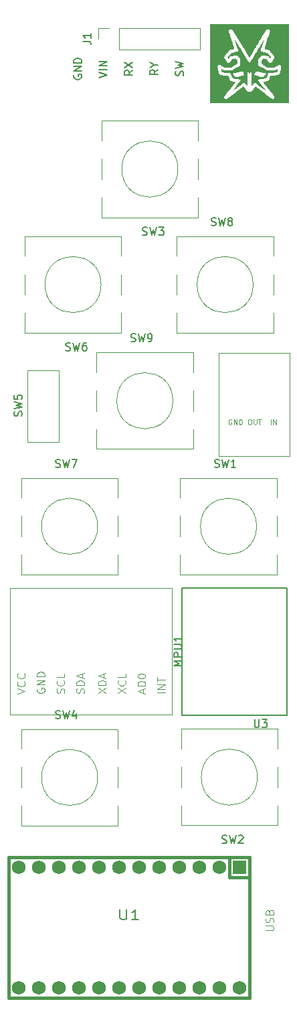
<source format=gbr>
%TF.GenerationSoftware,KiCad,Pcbnew,8.0.6*%
%TF.CreationDate,2025-03-08T22:03:20-06:00*%
%TF.ProjectId,fullycustomcontrolle one handv4,66756c6c-7963-4757-9374-6f6d636f6e74,rev?*%
%TF.SameCoordinates,Original*%
%TF.FileFunction,Legend,Top*%
%TF.FilePolarity,Positive*%
%FSLAX46Y46*%
G04 Gerber Fmt 4.6, Leading zero omitted, Abs format (unit mm)*
G04 Created by KiCad (PCBNEW 8.0.6) date 2025-03-08 22:03:20*
%MOMM*%
%LPD*%
G01*
G04 APERTURE LIST*
%ADD10C,0.200000*%
%ADD11C,0.100000*%
%ADD12C,0.150000*%
%ADD13C,0.203200*%
%ADD14C,0.125000*%
%ADD15C,0.120000*%
%ADD16C,0.000000*%
%ADD17C,0.381000*%
%ADD18C,0.127000*%
%ADD19R,1.752600X1.752600*%
%ADD20C,1.752600*%
G04 APERTURE END LIST*
D10*
X187370062Y-31241904D02*
X187322443Y-31337142D01*
X187322443Y-31337142D02*
X187322443Y-31479999D01*
X187322443Y-31479999D02*
X187370062Y-31622856D01*
X187370062Y-31622856D02*
X187465300Y-31718094D01*
X187465300Y-31718094D02*
X187560538Y-31765713D01*
X187560538Y-31765713D02*
X187751014Y-31813332D01*
X187751014Y-31813332D02*
X187893871Y-31813332D01*
X187893871Y-31813332D02*
X188084347Y-31765713D01*
X188084347Y-31765713D02*
X188179585Y-31718094D01*
X188179585Y-31718094D02*
X188274824Y-31622856D01*
X188274824Y-31622856D02*
X188322443Y-31479999D01*
X188322443Y-31479999D02*
X188322443Y-31384761D01*
X188322443Y-31384761D02*
X188274824Y-31241904D01*
X188274824Y-31241904D02*
X188227204Y-31194285D01*
X188227204Y-31194285D02*
X187893871Y-31194285D01*
X187893871Y-31194285D02*
X187893871Y-31384761D01*
X188322443Y-30765713D02*
X187322443Y-30765713D01*
X187322443Y-30765713D02*
X188322443Y-30194285D01*
X188322443Y-30194285D02*
X187322443Y-30194285D01*
X188322443Y-29718094D02*
X187322443Y-29718094D01*
X187322443Y-29718094D02*
X187322443Y-29479999D01*
X187322443Y-29479999D02*
X187370062Y-29337142D01*
X187370062Y-29337142D02*
X187465300Y-29241904D01*
X187465300Y-29241904D02*
X187560538Y-29194285D01*
X187560538Y-29194285D02*
X187751014Y-29146666D01*
X187751014Y-29146666D02*
X187893871Y-29146666D01*
X187893871Y-29146666D02*
X188084347Y-29194285D01*
X188084347Y-29194285D02*
X188179585Y-29241904D01*
X188179585Y-29241904D02*
X188274824Y-29337142D01*
X188274824Y-29337142D02*
X188322443Y-29479999D01*
X188322443Y-29479999D02*
X188322443Y-29718094D01*
X190542331Y-31575237D02*
X191542331Y-31241904D01*
X191542331Y-31241904D02*
X190542331Y-30908571D01*
X191542331Y-30575237D02*
X190542331Y-30575237D01*
X191542331Y-30099047D02*
X190542331Y-30099047D01*
X190542331Y-30099047D02*
X191542331Y-29527619D01*
X191542331Y-29527619D02*
X190542331Y-29527619D01*
X194762219Y-30646666D02*
X194286028Y-30979999D01*
X194762219Y-31218094D02*
X193762219Y-31218094D01*
X193762219Y-31218094D02*
X193762219Y-30837142D01*
X193762219Y-30837142D02*
X193809838Y-30741904D01*
X193809838Y-30741904D02*
X193857457Y-30694285D01*
X193857457Y-30694285D02*
X193952695Y-30646666D01*
X193952695Y-30646666D02*
X194095552Y-30646666D01*
X194095552Y-30646666D02*
X194190790Y-30694285D01*
X194190790Y-30694285D02*
X194238409Y-30741904D01*
X194238409Y-30741904D02*
X194286028Y-30837142D01*
X194286028Y-30837142D02*
X194286028Y-31218094D01*
X193762219Y-30313332D02*
X194762219Y-29646666D01*
X193762219Y-29646666D02*
X194762219Y-30313332D01*
X197982107Y-30599047D02*
X197505916Y-30932380D01*
X197982107Y-31170475D02*
X196982107Y-31170475D01*
X196982107Y-31170475D02*
X196982107Y-30789523D01*
X196982107Y-30789523D02*
X197029726Y-30694285D01*
X197029726Y-30694285D02*
X197077345Y-30646666D01*
X197077345Y-30646666D02*
X197172583Y-30599047D01*
X197172583Y-30599047D02*
X197315440Y-30599047D01*
X197315440Y-30599047D02*
X197410678Y-30646666D01*
X197410678Y-30646666D02*
X197458297Y-30694285D01*
X197458297Y-30694285D02*
X197505916Y-30789523D01*
X197505916Y-30789523D02*
X197505916Y-31170475D01*
X197505916Y-29979999D02*
X197982107Y-29979999D01*
X196982107Y-30313332D02*
X197505916Y-29979999D01*
X197505916Y-29979999D02*
X196982107Y-29646666D01*
X201154376Y-31337142D02*
X201201995Y-31194285D01*
X201201995Y-31194285D02*
X201201995Y-30956190D01*
X201201995Y-30956190D02*
X201154376Y-30860952D01*
X201154376Y-30860952D02*
X201106756Y-30813333D01*
X201106756Y-30813333D02*
X201011518Y-30765714D01*
X201011518Y-30765714D02*
X200916280Y-30765714D01*
X200916280Y-30765714D02*
X200821042Y-30813333D01*
X200821042Y-30813333D02*
X200773423Y-30860952D01*
X200773423Y-30860952D02*
X200725804Y-30956190D01*
X200725804Y-30956190D02*
X200678185Y-31146666D01*
X200678185Y-31146666D02*
X200630566Y-31241904D01*
X200630566Y-31241904D02*
X200582947Y-31289523D01*
X200582947Y-31289523D02*
X200487709Y-31337142D01*
X200487709Y-31337142D02*
X200392471Y-31337142D01*
X200392471Y-31337142D02*
X200297233Y-31289523D01*
X200297233Y-31289523D02*
X200249614Y-31241904D01*
X200249614Y-31241904D02*
X200201995Y-31146666D01*
X200201995Y-31146666D02*
X200201995Y-30908571D01*
X200201995Y-30908571D02*
X200249614Y-30765714D01*
X200201995Y-30432380D02*
X201201995Y-30194285D01*
X201201995Y-30194285D02*
X200487709Y-30003809D01*
X200487709Y-30003809D02*
X201201995Y-29813333D01*
X201201995Y-29813333D02*
X200201995Y-29575238D01*
D11*
X211597419Y-139396115D02*
X212406942Y-139396115D01*
X212406942Y-139396115D02*
X212502180Y-139348496D01*
X212502180Y-139348496D02*
X212549800Y-139300877D01*
X212549800Y-139300877D02*
X212597419Y-139205639D01*
X212597419Y-139205639D02*
X212597419Y-139015163D01*
X212597419Y-139015163D02*
X212549800Y-138919925D01*
X212549800Y-138919925D02*
X212502180Y-138872306D01*
X212502180Y-138872306D02*
X212406942Y-138824687D01*
X212406942Y-138824687D02*
X211597419Y-138824687D01*
X212549800Y-138396115D02*
X212597419Y-138253258D01*
X212597419Y-138253258D02*
X212597419Y-138015163D01*
X212597419Y-138015163D02*
X212549800Y-137919925D01*
X212549800Y-137919925D02*
X212502180Y-137872306D01*
X212502180Y-137872306D02*
X212406942Y-137824687D01*
X212406942Y-137824687D02*
X212311704Y-137824687D01*
X212311704Y-137824687D02*
X212216466Y-137872306D01*
X212216466Y-137872306D02*
X212168847Y-137919925D01*
X212168847Y-137919925D02*
X212121228Y-138015163D01*
X212121228Y-138015163D02*
X212073609Y-138205639D01*
X212073609Y-138205639D02*
X212025990Y-138300877D01*
X212025990Y-138300877D02*
X211978371Y-138348496D01*
X211978371Y-138348496D02*
X211883133Y-138396115D01*
X211883133Y-138396115D02*
X211787895Y-138396115D01*
X211787895Y-138396115D02*
X211692657Y-138348496D01*
X211692657Y-138348496D02*
X211645038Y-138300877D01*
X211645038Y-138300877D02*
X211597419Y-138205639D01*
X211597419Y-138205639D02*
X211597419Y-137967544D01*
X211597419Y-137967544D02*
X211645038Y-137824687D01*
X212073609Y-137062782D02*
X212121228Y-136919925D01*
X212121228Y-136919925D02*
X212168847Y-136872306D01*
X212168847Y-136872306D02*
X212264085Y-136824687D01*
X212264085Y-136824687D02*
X212406942Y-136824687D01*
X212406942Y-136824687D02*
X212502180Y-136872306D01*
X212502180Y-136872306D02*
X212549800Y-136919925D01*
X212549800Y-136919925D02*
X212597419Y-137015163D01*
X212597419Y-137015163D02*
X212597419Y-137396115D01*
X212597419Y-137396115D02*
X211597419Y-137396115D01*
X211597419Y-137396115D02*
X211597419Y-137062782D01*
X211597419Y-137062782D02*
X211645038Y-136967544D01*
X211645038Y-136967544D02*
X211692657Y-136919925D01*
X211692657Y-136919925D02*
X211787895Y-136872306D01*
X211787895Y-136872306D02*
X211883133Y-136872306D01*
X211883133Y-136872306D02*
X211978371Y-136919925D01*
X211978371Y-136919925D02*
X212025990Y-136967544D01*
X212025990Y-136967544D02*
X212073609Y-137062782D01*
X212073609Y-137062782D02*
X212073609Y-137396115D01*
D12*
X200974819Y-105973332D02*
X199974819Y-105973332D01*
X199974819Y-105973332D02*
X200689104Y-105639999D01*
X200689104Y-105639999D02*
X199974819Y-105306666D01*
X199974819Y-105306666D02*
X200974819Y-105306666D01*
X200974819Y-104830475D02*
X199974819Y-104830475D01*
X199974819Y-104830475D02*
X199974819Y-104449523D01*
X199974819Y-104449523D02*
X200022438Y-104354285D01*
X200022438Y-104354285D02*
X200070057Y-104306666D01*
X200070057Y-104306666D02*
X200165295Y-104259047D01*
X200165295Y-104259047D02*
X200308152Y-104259047D01*
X200308152Y-104259047D02*
X200403390Y-104306666D01*
X200403390Y-104306666D02*
X200451009Y-104354285D01*
X200451009Y-104354285D02*
X200498628Y-104449523D01*
X200498628Y-104449523D02*
X200498628Y-104830475D01*
X199974819Y-103830475D02*
X200784342Y-103830475D01*
X200784342Y-103830475D02*
X200879580Y-103782856D01*
X200879580Y-103782856D02*
X200927200Y-103735237D01*
X200927200Y-103735237D02*
X200974819Y-103639999D01*
X200974819Y-103639999D02*
X200974819Y-103449523D01*
X200974819Y-103449523D02*
X200927200Y-103354285D01*
X200927200Y-103354285D02*
X200879580Y-103306666D01*
X200879580Y-103306666D02*
X200784342Y-103259047D01*
X200784342Y-103259047D02*
X199974819Y-103259047D01*
X200974819Y-102259047D02*
X200974819Y-102830475D01*
X200974819Y-102544761D02*
X199974819Y-102544761D01*
X199974819Y-102544761D02*
X200117676Y-102639999D01*
X200117676Y-102639999D02*
X200212914Y-102735237D01*
X200212914Y-102735237D02*
X200260533Y-102830475D01*
D11*
X190392419Y-109431353D02*
X191392419Y-108764687D01*
X190392419Y-108764687D02*
X191392419Y-109431353D01*
X191392419Y-108383734D02*
X190392419Y-108383734D01*
X190392419Y-108383734D02*
X190392419Y-108145639D01*
X190392419Y-108145639D02*
X190440038Y-108002782D01*
X190440038Y-108002782D02*
X190535276Y-107907544D01*
X190535276Y-107907544D02*
X190630514Y-107859925D01*
X190630514Y-107859925D02*
X190820990Y-107812306D01*
X190820990Y-107812306D02*
X190963847Y-107812306D01*
X190963847Y-107812306D02*
X191154323Y-107859925D01*
X191154323Y-107859925D02*
X191249561Y-107907544D01*
X191249561Y-107907544D02*
X191344800Y-108002782D01*
X191344800Y-108002782D02*
X191392419Y-108145639D01*
X191392419Y-108145639D02*
X191392419Y-108383734D01*
X191106704Y-107431353D02*
X191106704Y-106955163D01*
X191392419Y-107526591D02*
X190392419Y-107193258D01*
X190392419Y-107193258D02*
X191392419Y-106859925D01*
X192892419Y-109431353D02*
X193892419Y-108764687D01*
X192892419Y-108764687D02*
X193892419Y-109431353D01*
X193797180Y-107812306D02*
X193844800Y-107859925D01*
X193844800Y-107859925D02*
X193892419Y-108002782D01*
X193892419Y-108002782D02*
X193892419Y-108098020D01*
X193892419Y-108098020D02*
X193844800Y-108240877D01*
X193844800Y-108240877D02*
X193749561Y-108336115D01*
X193749561Y-108336115D02*
X193654323Y-108383734D01*
X193654323Y-108383734D02*
X193463847Y-108431353D01*
X193463847Y-108431353D02*
X193320990Y-108431353D01*
X193320990Y-108431353D02*
X193130514Y-108383734D01*
X193130514Y-108383734D02*
X193035276Y-108336115D01*
X193035276Y-108336115D02*
X192940038Y-108240877D01*
X192940038Y-108240877D02*
X192892419Y-108098020D01*
X192892419Y-108098020D02*
X192892419Y-108002782D01*
X192892419Y-108002782D02*
X192940038Y-107859925D01*
X192940038Y-107859925D02*
X192987657Y-107812306D01*
X193892419Y-106907544D02*
X193892419Y-107383734D01*
X193892419Y-107383734D02*
X192892419Y-107383734D01*
X186094800Y-109383734D02*
X186142419Y-109240877D01*
X186142419Y-109240877D02*
X186142419Y-109002782D01*
X186142419Y-109002782D02*
X186094800Y-108907544D01*
X186094800Y-108907544D02*
X186047180Y-108859925D01*
X186047180Y-108859925D02*
X185951942Y-108812306D01*
X185951942Y-108812306D02*
X185856704Y-108812306D01*
X185856704Y-108812306D02*
X185761466Y-108859925D01*
X185761466Y-108859925D02*
X185713847Y-108907544D01*
X185713847Y-108907544D02*
X185666228Y-109002782D01*
X185666228Y-109002782D02*
X185618609Y-109193258D01*
X185618609Y-109193258D02*
X185570990Y-109288496D01*
X185570990Y-109288496D02*
X185523371Y-109336115D01*
X185523371Y-109336115D02*
X185428133Y-109383734D01*
X185428133Y-109383734D02*
X185332895Y-109383734D01*
X185332895Y-109383734D02*
X185237657Y-109336115D01*
X185237657Y-109336115D02*
X185190038Y-109288496D01*
X185190038Y-109288496D02*
X185142419Y-109193258D01*
X185142419Y-109193258D02*
X185142419Y-108955163D01*
X185142419Y-108955163D02*
X185190038Y-108812306D01*
X186047180Y-107812306D02*
X186094800Y-107859925D01*
X186094800Y-107859925D02*
X186142419Y-108002782D01*
X186142419Y-108002782D02*
X186142419Y-108098020D01*
X186142419Y-108098020D02*
X186094800Y-108240877D01*
X186094800Y-108240877D02*
X185999561Y-108336115D01*
X185999561Y-108336115D02*
X185904323Y-108383734D01*
X185904323Y-108383734D02*
X185713847Y-108431353D01*
X185713847Y-108431353D02*
X185570990Y-108431353D01*
X185570990Y-108431353D02*
X185380514Y-108383734D01*
X185380514Y-108383734D02*
X185285276Y-108336115D01*
X185285276Y-108336115D02*
X185190038Y-108240877D01*
X185190038Y-108240877D02*
X185142419Y-108098020D01*
X185142419Y-108098020D02*
X185142419Y-108002782D01*
X185142419Y-108002782D02*
X185190038Y-107859925D01*
X185190038Y-107859925D02*
X185237657Y-107812306D01*
X186142419Y-106907544D02*
X186142419Y-107383734D01*
X186142419Y-107383734D02*
X185142419Y-107383734D01*
X198892419Y-109336115D02*
X197892419Y-109336115D01*
X198892419Y-108859925D02*
X197892419Y-108859925D01*
X197892419Y-108859925D02*
X198892419Y-108288497D01*
X198892419Y-108288497D02*
X197892419Y-108288497D01*
X197892419Y-107955163D02*
X197892419Y-107383735D01*
X198892419Y-107669449D02*
X197892419Y-107669449D01*
X196106704Y-109383734D02*
X196106704Y-108907544D01*
X196392419Y-109478972D02*
X195392419Y-109145639D01*
X195392419Y-109145639D02*
X196392419Y-108812306D01*
X196392419Y-108478972D02*
X195392419Y-108478972D01*
X195392419Y-108478972D02*
X195392419Y-108240877D01*
X195392419Y-108240877D02*
X195440038Y-108098020D01*
X195440038Y-108098020D02*
X195535276Y-108002782D01*
X195535276Y-108002782D02*
X195630514Y-107955163D01*
X195630514Y-107955163D02*
X195820990Y-107907544D01*
X195820990Y-107907544D02*
X195963847Y-107907544D01*
X195963847Y-107907544D02*
X196154323Y-107955163D01*
X196154323Y-107955163D02*
X196249561Y-108002782D01*
X196249561Y-108002782D02*
X196344800Y-108098020D01*
X196344800Y-108098020D02*
X196392419Y-108240877D01*
X196392419Y-108240877D02*
X196392419Y-108478972D01*
X195392419Y-107288496D02*
X195392419Y-107193258D01*
X195392419Y-107193258D02*
X195440038Y-107098020D01*
X195440038Y-107098020D02*
X195487657Y-107050401D01*
X195487657Y-107050401D02*
X195582895Y-107002782D01*
X195582895Y-107002782D02*
X195773371Y-106955163D01*
X195773371Y-106955163D02*
X196011466Y-106955163D01*
X196011466Y-106955163D02*
X196201942Y-107002782D01*
X196201942Y-107002782D02*
X196297180Y-107050401D01*
X196297180Y-107050401D02*
X196344800Y-107098020D01*
X196344800Y-107098020D02*
X196392419Y-107193258D01*
X196392419Y-107193258D02*
X196392419Y-107288496D01*
X196392419Y-107288496D02*
X196344800Y-107383734D01*
X196344800Y-107383734D02*
X196297180Y-107431353D01*
X196297180Y-107431353D02*
X196201942Y-107478972D01*
X196201942Y-107478972D02*
X196011466Y-107526591D01*
X196011466Y-107526591D02*
X195773371Y-107526591D01*
X195773371Y-107526591D02*
X195582895Y-107478972D01*
X195582895Y-107478972D02*
X195487657Y-107431353D01*
X195487657Y-107431353D02*
X195440038Y-107383734D01*
X195440038Y-107383734D02*
X195392419Y-107288496D01*
X182690038Y-108812306D02*
X182642419Y-108907544D01*
X182642419Y-108907544D02*
X182642419Y-109050401D01*
X182642419Y-109050401D02*
X182690038Y-109193258D01*
X182690038Y-109193258D02*
X182785276Y-109288496D01*
X182785276Y-109288496D02*
X182880514Y-109336115D01*
X182880514Y-109336115D02*
X183070990Y-109383734D01*
X183070990Y-109383734D02*
X183213847Y-109383734D01*
X183213847Y-109383734D02*
X183404323Y-109336115D01*
X183404323Y-109336115D02*
X183499561Y-109288496D01*
X183499561Y-109288496D02*
X183594800Y-109193258D01*
X183594800Y-109193258D02*
X183642419Y-109050401D01*
X183642419Y-109050401D02*
X183642419Y-108955163D01*
X183642419Y-108955163D02*
X183594800Y-108812306D01*
X183594800Y-108812306D02*
X183547180Y-108764687D01*
X183547180Y-108764687D02*
X183213847Y-108764687D01*
X183213847Y-108764687D02*
X183213847Y-108955163D01*
X183642419Y-108336115D02*
X182642419Y-108336115D01*
X182642419Y-108336115D02*
X183642419Y-107764687D01*
X183642419Y-107764687D02*
X182642419Y-107764687D01*
X183642419Y-107288496D02*
X182642419Y-107288496D01*
X182642419Y-107288496D02*
X182642419Y-107050401D01*
X182642419Y-107050401D02*
X182690038Y-106907544D01*
X182690038Y-106907544D02*
X182785276Y-106812306D01*
X182785276Y-106812306D02*
X182880514Y-106764687D01*
X182880514Y-106764687D02*
X183070990Y-106717068D01*
X183070990Y-106717068D02*
X183213847Y-106717068D01*
X183213847Y-106717068D02*
X183404323Y-106764687D01*
X183404323Y-106764687D02*
X183499561Y-106812306D01*
X183499561Y-106812306D02*
X183594800Y-106907544D01*
X183594800Y-106907544D02*
X183642419Y-107050401D01*
X183642419Y-107050401D02*
X183642419Y-107288496D01*
X188594800Y-109383734D02*
X188642419Y-109240877D01*
X188642419Y-109240877D02*
X188642419Y-109002782D01*
X188642419Y-109002782D02*
X188594800Y-108907544D01*
X188594800Y-108907544D02*
X188547180Y-108859925D01*
X188547180Y-108859925D02*
X188451942Y-108812306D01*
X188451942Y-108812306D02*
X188356704Y-108812306D01*
X188356704Y-108812306D02*
X188261466Y-108859925D01*
X188261466Y-108859925D02*
X188213847Y-108907544D01*
X188213847Y-108907544D02*
X188166228Y-109002782D01*
X188166228Y-109002782D02*
X188118609Y-109193258D01*
X188118609Y-109193258D02*
X188070990Y-109288496D01*
X188070990Y-109288496D02*
X188023371Y-109336115D01*
X188023371Y-109336115D02*
X187928133Y-109383734D01*
X187928133Y-109383734D02*
X187832895Y-109383734D01*
X187832895Y-109383734D02*
X187737657Y-109336115D01*
X187737657Y-109336115D02*
X187690038Y-109288496D01*
X187690038Y-109288496D02*
X187642419Y-109193258D01*
X187642419Y-109193258D02*
X187642419Y-108955163D01*
X187642419Y-108955163D02*
X187690038Y-108812306D01*
X188642419Y-108383734D02*
X187642419Y-108383734D01*
X187642419Y-108383734D02*
X187642419Y-108145639D01*
X187642419Y-108145639D02*
X187690038Y-108002782D01*
X187690038Y-108002782D02*
X187785276Y-107907544D01*
X187785276Y-107907544D02*
X187880514Y-107859925D01*
X187880514Y-107859925D02*
X188070990Y-107812306D01*
X188070990Y-107812306D02*
X188213847Y-107812306D01*
X188213847Y-107812306D02*
X188404323Y-107859925D01*
X188404323Y-107859925D02*
X188499561Y-107907544D01*
X188499561Y-107907544D02*
X188594800Y-108002782D01*
X188594800Y-108002782D02*
X188642419Y-108145639D01*
X188642419Y-108145639D02*
X188642419Y-108383734D01*
X188356704Y-107431353D02*
X188356704Y-106955163D01*
X188642419Y-107526591D02*
X187642419Y-107193258D01*
X187642419Y-107193258D02*
X188642419Y-106859925D01*
X180142419Y-109478972D02*
X181142419Y-109145639D01*
X181142419Y-109145639D02*
X180142419Y-108812306D01*
X181047180Y-107907544D02*
X181094800Y-107955163D01*
X181094800Y-107955163D02*
X181142419Y-108098020D01*
X181142419Y-108098020D02*
X181142419Y-108193258D01*
X181142419Y-108193258D02*
X181094800Y-108336115D01*
X181094800Y-108336115D02*
X180999561Y-108431353D01*
X180999561Y-108431353D02*
X180904323Y-108478972D01*
X180904323Y-108478972D02*
X180713847Y-108526591D01*
X180713847Y-108526591D02*
X180570990Y-108526591D01*
X180570990Y-108526591D02*
X180380514Y-108478972D01*
X180380514Y-108478972D02*
X180285276Y-108431353D01*
X180285276Y-108431353D02*
X180190038Y-108336115D01*
X180190038Y-108336115D02*
X180142419Y-108193258D01*
X180142419Y-108193258D02*
X180142419Y-108098020D01*
X180142419Y-108098020D02*
X180190038Y-107955163D01*
X180190038Y-107955163D02*
X180237657Y-107907544D01*
X181047180Y-106907544D02*
X181094800Y-106955163D01*
X181094800Y-106955163D02*
X181142419Y-107098020D01*
X181142419Y-107098020D02*
X181142419Y-107193258D01*
X181142419Y-107193258D02*
X181094800Y-107336115D01*
X181094800Y-107336115D02*
X180999561Y-107431353D01*
X180999561Y-107431353D02*
X180904323Y-107478972D01*
X180904323Y-107478972D02*
X180713847Y-107526591D01*
X180713847Y-107526591D02*
X180570990Y-107526591D01*
X180570990Y-107526591D02*
X180380514Y-107478972D01*
X180380514Y-107478972D02*
X180285276Y-107431353D01*
X180285276Y-107431353D02*
X180190038Y-107336115D01*
X180190038Y-107336115D02*
X180142419Y-107193258D01*
X180142419Y-107193258D02*
X180142419Y-107098020D01*
X180142419Y-107098020D02*
X180190038Y-106955163D01*
X180190038Y-106955163D02*
X180237657Y-106907544D01*
D12*
X204721667Y-50242200D02*
X204864524Y-50289819D01*
X204864524Y-50289819D02*
X205102619Y-50289819D01*
X205102619Y-50289819D02*
X205197857Y-50242200D01*
X205197857Y-50242200D02*
X205245476Y-50194580D01*
X205245476Y-50194580D02*
X205293095Y-50099342D01*
X205293095Y-50099342D02*
X205293095Y-50004104D01*
X205293095Y-50004104D02*
X205245476Y-49908866D01*
X205245476Y-49908866D02*
X205197857Y-49861247D01*
X205197857Y-49861247D02*
X205102619Y-49813628D01*
X205102619Y-49813628D02*
X204912143Y-49766009D01*
X204912143Y-49766009D02*
X204816905Y-49718390D01*
X204816905Y-49718390D02*
X204769286Y-49670771D01*
X204769286Y-49670771D02*
X204721667Y-49575533D01*
X204721667Y-49575533D02*
X204721667Y-49480295D01*
X204721667Y-49480295D02*
X204769286Y-49385057D01*
X204769286Y-49385057D02*
X204816905Y-49337438D01*
X204816905Y-49337438D02*
X204912143Y-49289819D01*
X204912143Y-49289819D02*
X205150238Y-49289819D01*
X205150238Y-49289819D02*
X205293095Y-49337438D01*
X205626429Y-49289819D02*
X205864524Y-50289819D01*
X205864524Y-50289819D02*
X206055000Y-49575533D01*
X206055000Y-49575533D02*
X206245476Y-50289819D01*
X206245476Y-50289819D02*
X206483572Y-49289819D01*
X207007381Y-49718390D02*
X206912143Y-49670771D01*
X206912143Y-49670771D02*
X206864524Y-49623152D01*
X206864524Y-49623152D02*
X206816905Y-49527914D01*
X206816905Y-49527914D02*
X206816905Y-49480295D01*
X206816905Y-49480295D02*
X206864524Y-49385057D01*
X206864524Y-49385057D02*
X206912143Y-49337438D01*
X206912143Y-49337438D02*
X207007381Y-49289819D01*
X207007381Y-49289819D02*
X207197857Y-49289819D01*
X207197857Y-49289819D02*
X207293095Y-49337438D01*
X207293095Y-49337438D02*
X207340714Y-49385057D01*
X207340714Y-49385057D02*
X207388333Y-49480295D01*
X207388333Y-49480295D02*
X207388333Y-49527914D01*
X207388333Y-49527914D02*
X207340714Y-49623152D01*
X207340714Y-49623152D02*
X207293095Y-49670771D01*
X207293095Y-49670771D02*
X207197857Y-49718390D01*
X207197857Y-49718390D02*
X207007381Y-49718390D01*
X207007381Y-49718390D02*
X206912143Y-49766009D01*
X206912143Y-49766009D02*
X206864524Y-49813628D01*
X206864524Y-49813628D02*
X206816905Y-49908866D01*
X206816905Y-49908866D02*
X206816905Y-50099342D01*
X206816905Y-50099342D02*
X206864524Y-50194580D01*
X206864524Y-50194580D02*
X206912143Y-50242200D01*
X206912143Y-50242200D02*
X207007381Y-50289819D01*
X207007381Y-50289819D02*
X207197857Y-50289819D01*
X207197857Y-50289819D02*
X207293095Y-50242200D01*
X207293095Y-50242200D02*
X207340714Y-50194580D01*
X207340714Y-50194580D02*
X207388333Y-50099342D01*
X207388333Y-50099342D02*
X207388333Y-49908866D01*
X207388333Y-49908866D02*
X207340714Y-49813628D01*
X207340714Y-49813628D02*
X207293095Y-49766009D01*
X207293095Y-49766009D02*
X207197857Y-49718390D01*
X180722200Y-74358332D02*
X180769819Y-74215475D01*
X180769819Y-74215475D02*
X180769819Y-73977380D01*
X180769819Y-73977380D02*
X180722200Y-73882142D01*
X180722200Y-73882142D02*
X180674580Y-73834523D01*
X180674580Y-73834523D02*
X180579342Y-73786904D01*
X180579342Y-73786904D02*
X180484104Y-73786904D01*
X180484104Y-73786904D02*
X180388866Y-73834523D01*
X180388866Y-73834523D02*
X180341247Y-73882142D01*
X180341247Y-73882142D02*
X180293628Y-73977380D01*
X180293628Y-73977380D02*
X180246009Y-74167856D01*
X180246009Y-74167856D02*
X180198390Y-74263094D01*
X180198390Y-74263094D02*
X180150771Y-74310713D01*
X180150771Y-74310713D02*
X180055533Y-74358332D01*
X180055533Y-74358332D02*
X179960295Y-74358332D01*
X179960295Y-74358332D02*
X179865057Y-74310713D01*
X179865057Y-74310713D02*
X179817438Y-74263094D01*
X179817438Y-74263094D02*
X179769819Y-74167856D01*
X179769819Y-74167856D02*
X179769819Y-73929761D01*
X179769819Y-73929761D02*
X179817438Y-73786904D01*
X179769819Y-73453570D02*
X180769819Y-73215475D01*
X180769819Y-73215475D02*
X180055533Y-73024999D01*
X180055533Y-73024999D02*
X180769819Y-72834523D01*
X180769819Y-72834523D02*
X179769819Y-72596428D01*
X179769819Y-71739285D02*
X179769819Y-72215475D01*
X179769819Y-72215475D02*
X180246009Y-72263094D01*
X180246009Y-72263094D02*
X180198390Y-72215475D01*
X180198390Y-72215475D02*
X180150771Y-72120237D01*
X180150771Y-72120237D02*
X180150771Y-71882142D01*
X180150771Y-71882142D02*
X180198390Y-71786904D01*
X180198390Y-71786904D02*
X180246009Y-71739285D01*
X180246009Y-71739285D02*
X180341247Y-71691666D01*
X180341247Y-71691666D02*
X180579342Y-71691666D01*
X180579342Y-71691666D02*
X180674580Y-71739285D01*
X180674580Y-71739285D02*
X180722200Y-71786904D01*
X180722200Y-71786904D02*
X180769819Y-71882142D01*
X180769819Y-71882142D02*
X180769819Y-72120237D01*
X180769819Y-72120237D02*
X180722200Y-72215475D01*
X180722200Y-72215475D02*
X180674580Y-72263094D01*
X186311667Y-66062200D02*
X186454524Y-66109819D01*
X186454524Y-66109819D02*
X186692619Y-66109819D01*
X186692619Y-66109819D02*
X186787857Y-66062200D01*
X186787857Y-66062200D02*
X186835476Y-66014580D01*
X186835476Y-66014580D02*
X186883095Y-65919342D01*
X186883095Y-65919342D02*
X186883095Y-65824104D01*
X186883095Y-65824104D02*
X186835476Y-65728866D01*
X186835476Y-65728866D02*
X186787857Y-65681247D01*
X186787857Y-65681247D02*
X186692619Y-65633628D01*
X186692619Y-65633628D02*
X186502143Y-65586009D01*
X186502143Y-65586009D02*
X186406905Y-65538390D01*
X186406905Y-65538390D02*
X186359286Y-65490771D01*
X186359286Y-65490771D02*
X186311667Y-65395533D01*
X186311667Y-65395533D02*
X186311667Y-65300295D01*
X186311667Y-65300295D02*
X186359286Y-65205057D01*
X186359286Y-65205057D02*
X186406905Y-65157438D01*
X186406905Y-65157438D02*
X186502143Y-65109819D01*
X186502143Y-65109819D02*
X186740238Y-65109819D01*
X186740238Y-65109819D02*
X186883095Y-65157438D01*
X187216429Y-65109819D02*
X187454524Y-66109819D01*
X187454524Y-66109819D02*
X187645000Y-65395533D01*
X187645000Y-65395533D02*
X187835476Y-66109819D01*
X187835476Y-66109819D02*
X188073572Y-65109819D01*
X188883095Y-65109819D02*
X188692619Y-65109819D01*
X188692619Y-65109819D02*
X188597381Y-65157438D01*
X188597381Y-65157438D02*
X188549762Y-65205057D01*
X188549762Y-65205057D02*
X188454524Y-65347914D01*
X188454524Y-65347914D02*
X188406905Y-65538390D01*
X188406905Y-65538390D02*
X188406905Y-65919342D01*
X188406905Y-65919342D02*
X188454524Y-66014580D01*
X188454524Y-66014580D02*
X188502143Y-66062200D01*
X188502143Y-66062200D02*
X188597381Y-66109819D01*
X188597381Y-66109819D02*
X188787857Y-66109819D01*
X188787857Y-66109819D02*
X188883095Y-66062200D01*
X188883095Y-66062200D02*
X188930714Y-66014580D01*
X188930714Y-66014580D02*
X188978333Y-65919342D01*
X188978333Y-65919342D02*
X188978333Y-65681247D01*
X188978333Y-65681247D02*
X188930714Y-65586009D01*
X188930714Y-65586009D02*
X188883095Y-65538390D01*
X188883095Y-65538390D02*
X188787857Y-65490771D01*
X188787857Y-65490771D02*
X188597381Y-65490771D01*
X188597381Y-65490771D02*
X188502143Y-65538390D01*
X188502143Y-65538390D02*
X188454524Y-65586009D01*
X188454524Y-65586009D02*
X188406905Y-65681247D01*
D13*
X193148857Y-136746959D02*
X193148857Y-137775054D01*
X193148857Y-137775054D02*
X193221428Y-137896006D01*
X193221428Y-137896006D02*
X193294000Y-137956483D01*
X193294000Y-137956483D02*
X193439142Y-138016959D01*
X193439142Y-138016959D02*
X193729428Y-138016959D01*
X193729428Y-138016959D02*
X193874571Y-137956483D01*
X193874571Y-137956483D02*
X193947142Y-137896006D01*
X193947142Y-137896006D02*
X194019714Y-137775054D01*
X194019714Y-137775054D02*
X194019714Y-136746959D01*
X195543713Y-138016959D02*
X194672856Y-138016959D01*
X195108285Y-138016959D02*
X195108285Y-136746959D01*
X195108285Y-136746959D02*
X194963142Y-136928387D01*
X194963142Y-136928387D02*
X194817999Y-137049340D01*
X194817999Y-137049340D02*
X194672856Y-137109816D01*
D12*
X194561667Y-64927200D02*
X194704524Y-64974819D01*
X194704524Y-64974819D02*
X194942619Y-64974819D01*
X194942619Y-64974819D02*
X195037857Y-64927200D01*
X195037857Y-64927200D02*
X195085476Y-64879580D01*
X195085476Y-64879580D02*
X195133095Y-64784342D01*
X195133095Y-64784342D02*
X195133095Y-64689104D01*
X195133095Y-64689104D02*
X195085476Y-64593866D01*
X195085476Y-64593866D02*
X195037857Y-64546247D01*
X195037857Y-64546247D02*
X194942619Y-64498628D01*
X194942619Y-64498628D02*
X194752143Y-64451009D01*
X194752143Y-64451009D02*
X194656905Y-64403390D01*
X194656905Y-64403390D02*
X194609286Y-64355771D01*
X194609286Y-64355771D02*
X194561667Y-64260533D01*
X194561667Y-64260533D02*
X194561667Y-64165295D01*
X194561667Y-64165295D02*
X194609286Y-64070057D01*
X194609286Y-64070057D02*
X194656905Y-64022438D01*
X194656905Y-64022438D02*
X194752143Y-63974819D01*
X194752143Y-63974819D02*
X194990238Y-63974819D01*
X194990238Y-63974819D02*
X195133095Y-64022438D01*
X195466429Y-63974819D02*
X195704524Y-64974819D01*
X195704524Y-64974819D02*
X195895000Y-64260533D01*
X195895000Y-64260533D02*
X196085476Y-64974819D01*
X196085476Y-64974819D02*
X196323572Y-63974819D01*
X196752143Y-64974819D02*
X196942619Y-64974819D01*
X196942619Y-64974819D02*
X197037857Y-64927200D01*
X197037857Y-64927200D02*
X197085476Y-64879580D01*
X197085476Y-64879580D02*
X197180714Y-64736723D01*
X197180714Y-64736723D02*
X197228333Y-64546247D01*
X197228333Y-64546247D02*
X197228333Y-64165295D01*
X197228333Y-64165295D02*
X197180714Y-64070057D01*
X197180714Y-64070057D02*
X197133095Y-64022438D01*
X197133095Y-64022438D02*
X197037857Y-63974819D01*
X197037857Y-63974819D02*
X196847381Y-63974819D01*
X196847381Y-63974819D02*
X196752143Y-64022438D01*
X196752143Y-64022438D02*
X196704524Y-64070057D01*
X196704524Y-64070057D02*
X196656905Y-64165295D01*
X196656905Y-64165295D02*
X196656905Y-64403390D01*
X196656905Y-64403390D02*
X196704524Y-64498628D01*
X196704524Y-64498628D02*
X196752143Y-64546247D01*
X196752143Y-64546247D02*
X196847381Y-64593866D01*
X196847381Y-64593866D02*
X197037857Y-64593866D01*
X197037857Y-64593866D02*
X197133095Y-64546247D01*
X197133095Y-64546247D02*
X197180714Y-64498628D01*
X197180714Y-64498628D02*
X197228333Y-64403390D01*
X185036667Y-80802200D02*
X185179524Y-80849819D01*
X185179524Y-80849819D02*
X185417619Y-80849819D01*
X185417619Y-80849819D02*
X185512857Y-80802200D01*
X185512857Y-80802200D02*
X185560476Y-80754580D01*
X185560476Y-80754580D02*
X185608095Y-80659342D01*
X185608095Y-80659342D02*
X185608095Y-80564104D01*
X185608095Y-80564104D02*
X185560476Y-80468866D01*
X185560476Y-80468866D02*
X185512857Y-80421247D01*
X185512857Y-80421247D02*
X185417619Y-80373628D01*
X185417619Y-80373628D02*
X185227143Y-80326009D01*
X185227143Y-80326009D02*
X185131905Y-80278390D01*
X185131905Y-80278390D02*
X185084286Y-80230771D01*
X185084286Y-80230771D02*
X185036667Y-80135533D01*
X185036667Y-80135533D02*
X185036667Y-80040295D01*
X185036667Y-80040295D02*
X185084286Y-79945057D01*
X185084286Y-79945057D02*
X185131905Y-79897438D01*
X185131905Y-79897438D02*
X185227143Y-79849819D01*
X185227143Y-79849819D02*
X185465238Y-79849819D01*
X185465238Y-79849819D02*
X185608095Y-79897438D01*
X185941429Y-79849819D02*
X186179524Y-80849819D01*
X186179524Y-80849819D02*
X186370000Y-80135533D01*
X186370000Y-80135533D02*
X186560476Y-80849819D01*
X186560476Y-80849819D02*
X186798572Y-79849819D01*
X187084286Y-79849819D02*
X187750952Y-79849819D01*
X187750952Y-79849819D02*
X187322381Y-80849819D01*
X188454819Y-27003333D02*
X189169104Y-27003333D01*
X189169104Y-27003333D02*
X189311961Y-27050952D01*
X189311961Y-27050952D02*
X189407200Y-27146190D01*
X189407200Y-27146190D02*
X189454819Y-27289047D01*
X189454819Y-27289047D02*
X189454819Y-27384285D01*
X189454819Y-26003333D02*
X189454819Y-26574761D01*
X189454819Y-26289047D02*
X188454819Y-26289047D01*
X188454819Y-26289047D02*
X188597676Y-26384285D01*
X188597676Y-26384285D02*
X188692914Y-26479523D01*
X188692914Y-26479523D02*
X188740533Y-26574761D01*
X205156667Y-80802200D02*
X205299524Y-80849819D01*
X205299524Y-80849819D02*
X205537619Y-80849819D01*
X205537619Y-80849819D02*
X205632857Y-80802200D01*
X205632857Y-80802200D02*
X205680476Y-80754580D01*
X205680476Y-80754580D02*
X205728095Y-80659342D01*
X205728095Y-80659342D02*
X205728095Y-80564104D01*
X205728095Y-80564104D02*
X205680476Y-80468866D01*
X205680476Y-80468866D02*
X205632857Y-80421247D01*
X205632857Y-80421247D02*
X205537619Y-80373628D01*
X205537619Y-80373628D02*
X205347143Y-80326009D01*
X205347143Y-80326009D02*
X205251905Y-80278390D01*
X205251905Y-80278390D02*
X205204286Y-80230771D01*
X205204286Y-80230771D02*
X205156667Y-80135533D01*
X205156667Y-80135533D02*
X205156667Y-80040295D01*
X205156667Y-80040295D02*
X205204286Y-79945057D01*
X205204286Y-79945057D02*
X205251905Y-79897438D01*
X205251905Y-79897438D02*
X205347143Y-79849819D01*
X205347143Y-79849819D02*
X205585238Y-79849819D01*
X205585238Y-79849819D02*
X205728095Y-79897438D01*
X206061429Y-79849819D02*
X206299524Y-80849819D01*
X206299524Y-80849819D02*
X206490000Y-80135533D01*
X206490000Y-80135533D02*
X206680476Y-80849819D01*
X206680476Y-80849819D02*
X206918572Y-79849819D01*
X207823333Y-80849819D02*
X207251905Y-80849819D01*
X207537619Y-80849819D02*
X207537619Y-79849819D01*
X207537619Y-79849819D02*
X207442381Y-79992676D01*
X207442381Y-79992676D02*
X207347143Y-80087914D01*
X207347143Y-80087914D02*
X207251905Y-80135533D01*
X210208095Y-112729819D02*
X210208095Y-113539342D01*
X210208095Y-113539342D02*
X210255714Y-113634580D01*
X210255714Y-113634580D02*
X210303333Y-113682200D01*
X210303333Y-113682200D02*
X210398571Y-113729819D01*
X210398571Y-113729819D02*
X210589047Y-113729819D01*
X210589047Y-113729819D02*
X210684285Y-113682200D01*
X210684285Y-113682200D02*
X210731904Y-113634580D01*
X210731904Y-113634580D02*
X210779523Y-113539342D01*
X210779523Y-113539342D02*
X210779523Y-112729819D01*
X211160476Y-112729819D02*
X211779523Y-112729819D01*
X211779523Y-112729819D02*
X211446190Y-113110771D01*
X211446190Y-113110771D02*
X211589047Y-113110771D01*
X211589047Y-113110771D02*
X211684285Y-113158390D01*
X211684285Y-113158390D02*
X211731904Y-113206009D01*
X211731904Y-113206009D02*
X211779523Y-113301247D01*
X211779523Y-113301247D02*
X211779523Y-113539342D01*
X211779523Y-113539342D02*
X211731904Y-113634580D01*
X211731904Y-113634580D02*
X211684285Y-113682200D01*
X211684285Y-113682200D02*
X211589047Y-113729819D01*
X211589047Y-113729819D02*
X211303333Y-113729819D01*
X211303333Y-113729819D02*
X211208095Y-113682200D01*
X211208095Y-113682200D02*
X211160476Y-113634580D01*
X206096667Y-128332200D02*
X206239524Y-128379819D01*
X206239524Y-128379819D02*
X206477619Y-128379819D01*
X206477619Y-128379819D02*
X206572857Y-128332200D01*
X206572857Y-128332200D02*
X206620476Y-128284580D01*
X206620476Y-128284580D02*
X206668095Y-128189342D01*
X206668095Y-128189342D02*
X206668095Y-128094104D01*
X206668095Y-128094104D02*
X206620476Y-127998866D01*
X206620476Y-127998866D02*
X206572857Y-127951247D01*
X206572857Y-127951247D02*
X206477619Y-127903628D01*
X206477619Y-127903628D02*
X206287143Y-127856009D01*
X206287143Y-127856009D02*
X206191905Y-127808390D01*
X206191905Y-127808390D02*
X206144286Y-127760771D01*
X206144286Y-127760771D02*
X206096667Y-127665533D01*
X206096667Y-127665533D02*
X206096667Y-127570295D01*
X206096667Y-127570295D02*
X206144286Y-127475057D01*
X206144286Y-127475057D02*
X206191905Y-127427438D01*
X206191905Y-127427438D02*
X206287143Y-127379819D01*
X206287143Y-127379819D02*
X206525238Y-127379819D01*
X206525238Y-127379819D02*
X206668095Y-127427438D01*
X207001429Y-127379819D02*
X207239524Y-128379819D01*
X207239524Y-128379819D02*
X207430000Y-127665533D01*
X207430000Y-127665533D02*
X207620476Y-128379819D01*
X207620476Y-128379819D02*
X207858572Y-127379819D01*
X208191905Y-127475057D02*
X208239524Y-127427438D01*
X208239524Y-127427438D02*
X208334762Y-127379819D01*
X208334762Y-127379819D02*
X208572857Y-127379819D01*
X208572857Y-127379819D02*
X208668095Y-127427438D01*
X208668095Y-127427438D02*
X208715714Y-127475057D01*
X208715714Y-127475057D02*
X208763333Y-127570295D01*
X208763333Y-127570295D02*
X208763333Y-127665533D01*
X208763333Y-127665533D02*
X208715714Y-127808390D01*
X208715714Y-127808390D02*
X208144286Y-128379819D01*
X208144286Y-128379819D02*
X208763333Y-128379819D01*
X196036667Y-51457200D02*
X196179524Y-51504819D01*
X196179524Y-51504819D02*
X196417619Y-51504819D01*
X196417619Y-51504819D02*
X196512857Y-51457200D01*
X196512857Y-51457200D02*
X196560476Y-51409580D01*
X196560476Y-51409580D02*
X196608095Y-51314342D01*
X196608095Y-51314342D02*
X196608095Y-51219104D01*
X196608095Y-51219104D02*
X196560476Y-51123866D01*
X196560476Y-51123866D02*
X196512857Y-51076247D01*
X196512857Y-51076247D02*
X196417619Y-51028628D01*
X196417619Y-51028628D02*
X196227143Y-50981009D01*
X196227143Y-50981009D02*
X196131905Y-50933390D01*
X196131905Y-50933390D02*
X196084286Y-50885771D01*
X196084286Y-50885771D02*
X196036667Y-50790533D01*
X196036667Y-50790533D02*
X196036667Y-50695295D01*
X196036667Y-50695295D02*
X196084286Y-50600057D01*
X196084286Y-50600057D02*
X196131905Y-50552438D01*
X196131905Y-50552438D02*
X196227143Y-50504819D01*
X196227143Y-50504819D02*
X196465238Y-50504819D01*
X196465238Y-50504819D02*
X196608095Y-50552438D01*
X196941429Y-50504819D02*
X197179524Y-51504819D01*
X197179524Y-51504819D02*
X197370000Y-50790533D01*
X197370000Y-50790533D02*
X197560476Y-51504819D01*
X197560476Y-51504819D02*
X197798572Y-50504819D01*
X198084286Y-50504819D02*
X198703333Y-50504819D01*
X198703333Y-50504819D02*
X198370000Y-50885771D01*
X198370000Y-50885771D02*
X198512857Y-50885771D01*
X198512857Y-50885771D02*
X198608095Y-50933390D01*
X198608095Y-50933390D02*
X198655714Y-50981009D01*
X198655714Y-50981009D02*
X198703333Y-51076247D01*
X198703333Y-51076247D02*
X198703333Y-51314342D01*
X198703333Y-51314342D02*
X198655714Y-51409580D01*
X198655714Y-51409580D02*
X198608095Y-51457200D01*
X198608095Y-51457200D02*
X198512857Y-51504819D01*
X198512857Y-51504819D02*
X198227143Y-51504819D01*
X198227143Y-51504819D02*
X198131905Y-51457200D01*
X198131905Y-51457200D02*
X198084286Y-51409580D01*
D14*
X207273096Y-74819904D02*
X207211191Y-74788952D01*
X207211191Y-74788952D02*
X207118334Y-74788952D01*
X207118334Y-74788952D02*
X207025477Y-74819904D01*
X207025477Y-74819904D02*
X206963572Y-74881809D01*
X206963572Y-74881809D02*
X206932619Y-74943714D01*
X206932619Y-74943714D02*
X206901667Y-75067523D01*
X206901667Y-75067523D02*
X206901667Y-75160380D01*
X206901667Y-75160380D02*
X206932619Y-75284190D01*
X206932619Y-75284190D02*
X206963572Y-75346095D01*
X206963572Y-75346095D02*
X207025477Y-75408000D01*
X207025477Y-75408000D02*
X207118334Y-75438952D01*
X207118334Y-75438952D02*
X207180238Y-75438952D01*
X207180238Y-75438952D02*
X207273096Y-75408000D01*
X207273096Y-75408000D02*
X207304048Y-75377047D01*
X207304048Y-75377047D02*
X207304048Y-75160380D01*
X207304048Y-75160380D02*
X207180238Y-75160380D01*
X207582619Y-75438952D02*
X207582619Y-74788952D01*
X207582619Y-74788952D02*
X207954048Y-75438952D01*
X207954048Y-75438952D02*
X207954048Y-74788952D01*
X208263571Y-75438952D02*
X208263571Y-74788952D01*
X208263571Y-74788952D02*
X208418333Y-74788952D01*
X208418333Y-74788952D02*
X208511190Y-74819904D01*
X208511190Y-74819904D02*
X208573095Y-74881809D01*
X208573095Y-74881809D02*
X208604048Y-74943714D01*
X208604048Y-74943714D02*
X208635000Y-75067523D01*
X208635000Y-75067523D02*
X208635000Y-75160380D01*
X208635000Y-75160380D02*
X208604048Y-75284190D01*
X208604048Y-75284190D02*
X208573095Y-75346095D01*
X208573095Y-75346095D02*
X208511190Y-75408000D01*
X208511190Y-75408000D02*
X208418333Y-75438952D01*
X208418333Y-75438952D02*
X208263571Y-75438952D01*
X209532619Y-74788952D02*
X209656428Y-74788952D01*
X209656428Y-74788952D02*
X209718333Y-74819904D01*
X209718333Y-74819904D02*
X209780238Y-74881809D01*
X209780238Y-74881809D02*
X209811190Y-75005619D01*
X209811190Y-75005619D02*
X209811190Y-75222285D01*
X209811190Y-75222285D02*
X209780238Y-75346095D01*
X209780238Y-75346095D02*
X209718333Y-75408000D01*
X209718333Y-75408000D02*
X209656428Y-75438952D01*
X209656428Y-75438952D02*
X209532619Y-75438952D01*
X209532619Y-75438952D02*
X209470714Y-75408000D01*
X209470714Y-75408000D02*
X209408809Y-75346095D01*
X209408809Y-75346095D02*
X209377857Y-75222285D01*
X209377857Y-75222285D02*
X209377857Y-75005619D01*
X209377857Y-75005619D02*
X209408809Y-74881809D01*
X209408809Y-74881809D02*
X209470714Y-74819904D01*
X209470714Y-74819904D02*
X209532619Y-74788952D01*
X210089761Y-74788952D02*
X210089761Y-75315142D01*
X210089761Y-75315142D02*
X210120714Y-75377047D01*
X210120714Y-75377047D02*
X210151666Y-75408000D01*
X210151666Y-75408000D02*
X210213571Y-75438952D01*
X210213571Y-75438952D02*
X210337380Y-75438952D01*
X210337380Y-75438952D02*
X210399285Y-75408000D01*
X210399285Y-75408000D02*
X210430238Y-75377047D01*
X210430238Y-75377047D02*
X210461190Y-75315142D01*
X210461190Y-75315142D02*
X210461190Y-74788952D01*
X210677856Y-74788952D02*
X211049285Y-74788952D01*
X210863571Y-75438952D02*
X210863571Y-74788952D01*
X212256427Y-75438952D02*
X212256427Y-74788952D01*
X212565951Y-75438952D02*
X212565951Y-74788952D01*
X212565951Y-74788952D02*
X212937380Y-75438952D01*
X212937380Y-75438952D02*
X212937380Y-74788952D01*
D12*
X185036667Y-112552200D02*
X185179524Y-112599819D01*
X185179524Y-112599819D02*
X185417619Y-112599819D01*
X185417619Y-112599819D02*
X185512857Y-112552200D01*
X185512857Y-112552200D02*
X185560476Y-112504580D01*
X185560476Y-112504580D02*
X185608095Y-112409342D01*
X185608095Y-112409342D02*
X185608095Y-112314104D01*
X185608095Y-112314104D02*
X185560476Y-112218866D01*
X185560476Y-112218866D02*
X185512857Y-112171247D01*
X185512857Y-112171247D02*
X185417619Y-112123628D01*
X185417619Y-112123628D02*
X185227143Y-112076009D01*
X185227143Y-112076009D02*
X185131905Y-112028390D01*
X185131905Y-112028390D02*
X185084286Y-111980771D01*
X185084286Y-111980771D02*
X185036667Y-111885533D01*
X185036667Y-111885533D02*
X185036667Y-111790295D01*
X185036667Y-111790295D02*
X185084286Y-111695057D01*
X185084286Y-111695057D02*
X185131905Y-111647438D01*
X185131905Y-111647438D02*
X185227143Y-111599819D01*
X185227143Y-111599819D02*
X185465238Y-111599819D01*
X185465238Y-111599819D02*
X185608095Y-111647438D01*
X185941429Y-111599819D02*
X186179524Y-112599819D01*
X186179524Y-112599819D02*
X186370000Y-111885533D01*
X186370000Y-111885533D02*
X186560476Y-112599819D01*
X186560476Y-112599819D02*
X186798572Y-111599819D01*
X187608095Y-111933152D02*
X187608095Y-112599819D01*
X187370000Y-111552200D02*
X187131905Y-112266485D01*
X187131905Y-112266485D02*
X187750952Y-112266485D01*
%TO.C,MPU1*%
D11*
X179270000Y-112140000D02*
X199770000Y-112140000D01*
X199770000Y-96140000D01*
X179270000Y-96140000D01*
X179270000Y-112140000D01*
D15*
%TO.C,SW8*%
X200365000Y-51635000D02*
X200365000Y-54145000D01*
X200365000Y-51635000D02*
X212585000Y-51635000D01*
X200365000Y-56445000D02*
X200365000Y-59045000D01*
X200365000Y-61345000D02*
X200365000Y-63855000D01*
X212585000Y-51635000D02*
X212585000Y-54145000D01*
X212585000Y-56445000D02*
X212585000Y-59045000D01*
X212585000Y-61345000D02*
X212585000Y-63855000D01*
X212585000Y-63855000D02*
X200365000Y-63855000D01*
X210025000Y-57745000D02*
G75*
G02*
X202925000Y-57745000I-3550000J0D01*
G01*
X202925000Y-57745000D02*
G75*
G02*
X210025000Y-57745000I3550000J0D01*
G01*
%TO.C,SW5*%
D11*
X185415000Y-68625000D02*
X181415000Y-68625000D01*
X181415000Y-77625000D01*
X185415000Y-77625000D01*
X185415000Y-68625000D01*
D15*
%TO.C,SW6*%
X181115000Y-51635000D02*
X193335000Y-51635000D01*
X181115000Y-54145000D02*
X181115000Y-51635000D01*
X181115000Y-59045000D02*
X181115000Y-56445000D01*
X181115000Y-63855000D02*
X181115000Y-61345000D01*
X193335000Y-54145000D02*
X193335000Y-51635000D01*
X193335000Y-59045000D02*
X193335000Y-56445000D01*
X193335000Y-63855000D02*
X181115000Y-63855000D01*
X193335000Y-63855000D02*
X193335000Y-61345000D01*
X190775000Y-57745000D02*
G75*
G02*
X183675000Y-57745000I-3550000J0D01*
G01*
X183675000Y-57745000D02*
G75*
G02*
X190775000Y-57745000I3550000J0D01*
G01*
D16*
%TO.C,G\u002A\u002A\u002A*%
G36*
X214552188Y-29845000D02*
G01*
X214552188Y-34847188D01*
X209550000Y-34847188D01*
X204547812Y-34847188D01*
X204547812Y-30202242D01*
X205534319Y-30202242D01*
X205537204Y-30237897D01*
X205545290Y-30295253D01*
X205557681Y-30369918D01*
X205573484Y-30457501D01*
X205591806Y-30553610D01*
X205611751Y-30653854D01*
X205632427Y-30753841D01*
X205652940Y-30849180D01*
X205672395Y-30935480D01*
X205689898Y-31008348D01*
X205704556Y-31063394D01*
X205715475Y-31096227D01*
X205716935Y-31099361D01*
X205732601Y-31125001D01*
X205753372Y-31147095D01*
X205782601Y-31167090D01*
X205823640Y-31186428D01*
X205879839Y-31206555D01*
X205954550Y-31228915D01*
X206051126Y-31254952D01*
X206117943Y-31272171D01*
X206209810Y-31295330D01*
X206282221Y-31312445D01*
X206342583Y-31324586D01*
X206398302Y-31332824D01*
X206456787Y-31338229D01*
X206525443Y-31341871D01*
X206611679Y-31344822D01*
X206623024Y-31345164D01*
X206871048Y-31352604D01*
X206985258Y-31637450D01*
X207019530Y-31722446D01*
X207051253Y-31800223D01*
X207078670Y-31866543D01*
X207100024Y-31917168D01*
X207113557Y-31947860D01*
X207116337Y-31953516D01*
X207134096Y-31977437D01*
X207161403Y-31997835D01*
X207201470Y-32015712D01*
X207257511Y-32032073D01*
X207332740Y-32047920D01*
X207430371Y-32064258D01*
X207507440Y-32075626D01*
X207591302Y-32087936D01*
X207665719Y-32099583D01*
X207726313Y-32109823D01*
X207768703Y-32117911D01*
X207788510Y-32123103D01*
X207789203Y-32123530D01*
X207782505Y-32135636D01*
X207759833Y-32167900D01*
X207722448Y-32218678D01*
X207671607Y-32286326D01*
X207608569Y-32369198D01*
X207534593Y-32465651D01*
X207450937Y-32574041D01*
X207358860Y-32692722D01*
X207259621Y-32820050D01*
X207154478Y-32954381D01*
X207105990Y-33016145D01*
X206997737Y-33154092D01*
X206894123Y-33286468D01*
X206796487Y-33411545D01*
X206706167Y-33527594D01*
X206624498Y-33632886D01*
X206552819Y-33725691D01*
X206492468Y-33804280D01*
X206444780Y-33866925D01*
X206411094Y-33911896D01*
X206392747Y-33937464D01*
X206390009Y-33941859D01*
X206373583Y-33995903D01*
X206369335Y-34062345D01*
X206377036Y-34128721D01*
X206394370Y-34178810D01*
X206435105Y-34227620D01*
X206492922Y-34260672D01*
X206560987Y-34276361D01*
X206632465Y-34273083D01*
X206698611Y-34250256D01*
X206717199Y-34238158D01*
X206756492Y-34210786D01*
X206814822Y-34169347D01*
X206890520Y-34115052D01*
X206981919Y-34049108D01*
X207087349Y-33972725D01*
X207205143Y-33887111D01*
X207333633Y-33793475D01*
X207471150Y-33693027D01*
X207616025Y-33586974D01*
X207766591Y-33476526D01*
X207778391Y-33467861D01*
X208806619Y-32712704D01*
X209039608Y-33005302D01*
X209116429Y-33100444D01*
X209184289Y-33181808D01*
X209241445Y-33247409D01*
X209286154Y-33295265D01*
X209316672Y-33323392D01*
X209323263Y-33327965D01*
X209347701Y-33340704D01*
X209374178Y-33349280D01*
X209408700Y-33354490D01*
X209457275Y-33357130D01*
X209525909Y-33357997D01*
X209550000Y-33358031D01*
X209625456Y-33357523D01*
X209679140Y-33355470D01*
X209717058Y-33351074D01*
X209745217Y-33343539D01*
X209769624Y-33332069D01*
X209776737Y-33327965D01*
X209802251Y-33306700D01*
X209842525Y-33265058D01*
X209895814Y-33205025D01*
X209960376Y-33128583D01*
X210034467Y-33037715D01*
X210060391Y-33005302D01*
X210293380Y-32712704D01*
X211321608Y-33467861D01*
X211472544Y-33578597D01*
X211617917Y-33685032D01*
X211756061Y-33785956D01*
X211885306Y-33880160D01*
X212003984Y-33966435D01*
X212110428Y-34043573D01*
X212202968Y-34110365D01*
X212279937Y-34165602D01*
X212339665Y-34208075D01*
X212380486Y-34236575D01*
X212400730Y-34249894D01*
X212401388Y-34250256D01*
X212469180Y-34273403D01*
X212540100Y-34276319D01*
X212607463Y-34260663D01*
X212664588Y-34228095D01*
X212704789Y-34180273D01*
X212707882Y-34174172D01*
X212725747Y-34114853D01*
X212731035Y-34046289D01*
X212723633Y-33980854D01*
X212709990Y-33941859D01*
X212698124Y-33924500D01*
X212670387Y-33887049D01*
X212628115Y-33831235D01*
X212572647Y-33758789D01*
X212505319Y-33671438D01*
X212427469Y-33570912D01*
X212340433Y-33458940D01*
X212245550Y-33337251D01*
X212144157Y-33207575D01*
X212037591Y-33071639D01*
X211994009Y-33016145D01*
X211886638Y-32879220D01*
X211784609Y-32748564D01*
X211689181Y-32625821D01*
X211601612Y-32512637D01*
X211523161Y-32410655D01*
X211455087Y-32321519D01*
X211398649Y-32246875D01*
X211355104Y-32188367D01*
X211325712Y-32147639D01*
X211311731Y-32126336D01*
X211310797Y-32123530D01*
X211327312Y-32118774D01*
X211366985Y-32111024D01*
X211425437Y-32101025D01*
X211498288Y-32089520D01*
X211581159Y-32077254D01*
X211592560Y-32075626D01*
X211706491Y-32058430D01*
X211795929Y-32042378D01*
X211864088Y-32026466D01*
X211914182Y-32009689D01*
X211949424Y-31991045D01*
X211973030Y-31969530D01*
X211983663Y-31953516D01*
X211993666Y-31931753D01*
X212012176Y-31888405D01*
X212037435Y-31827707D01*
X212067687Y-31753898D01*
X212101173Y-31671216D01*
X212114741Y-31637450D01*
X212228952Y-31352604D01*
X212476976Y-31345164D01*
X212565700Y-31342225D01*
X212635997Y-31338716D01*
X212695271Y-31333567D01*
X212750932Y-31325709D01*
X212810385Y-31314069D01*
X212881039Y-31297579D01*
X212970299Y-31275167D01*
X212982057Y-31272171D01*
X213092738Y-31243362D01*
X213179627Y-31219062D01*
X213246074Y-31197826D01*
X213295431Y-31178210D01*
X213331049Y-31158769D01*
X213356280Y-31138060D01*
X213374475Y-31114638D01*
X213383065Y-31099361D01*
X213393191Y-31070971D01*
X213407225Y-31019599D01*
X213424271Y-30949636D01*
X213443434Y-30865473D01*
X213463819Y-30771501D01*
X213484532Y-30672110D01*
X213504678Y-30571691D01*
X213523362Y-30474635D01*
X213539690Y-30385332D01*
X213552766Y-30308174D01*
X213561696Y-30247549D01*
X213565585Y-30207851D01*
X213565681Y-30203267D01*
X213554550Y-30122029D01*
X213522157Y-30058279D01*
X213469857Y-30013355D01*
X213399004Y-29988596D01*
X213343758Y-29983949D01*
X213318877Y-29985241D01*
X213292100Y-29990089D01*
X213259841Y-29999954D01*
X213218509Y-30016297D01*
X213164515Y-30040578D01*
X213094271Y-30074258D01*
X213004188Y-30118797D01*
X212968162Y-30136794D01*
X212662714Y-30289639D01*
X212263487Y-30289639D01*
X211864260Y-30289639D01*
X211457458Y-30057547D01*
X211050656Y-29825456D01*
X211050656Y-29623055D01*
X211050656Y-29420654D01*
X211182239Y-29289619D01*
X211313821Y-29158583D01*
X211524781Y-29199210D01*
X211598744Y-29214225D01*
X211663416Y-29228804D01*
X211713676Y-29241680D01*
X211744401Y-29251587D01*
X211750994Y-29255180D01*
X211763480Y-29271463D01*
X211788331Y-29306764D01*
X211822657Y-29356876D01*
X211863565Y-29417588D01*
X211895181Y-29465064D01*
X211950873Y-29547309D01*
X211996168Y-29608602D01*
X212034746Y-29651948D01*
X212070286Y-29680357D01*
X212106470Y-29696836D01*
X212146978Y-29704392D01*
X212190043Y-29706050D01*
X212233319Y-29704523D01*
X212269984Y-29698116D01*
X212303163Y-29684090D01*
X212335977Y-29659703D01*
X212371549Y-29622216D01*
X212413000Y-29568889D01*
X212463452Y-29496983D01*
X212514118Y-29421652D01*
X212563657Y-29346842D01*
X212609165Y-29277243D01*
X212647890Y-29217133D01*
X212677082Y-29170787D01*
X212693989Y-29142482D01*
X212695466Y-29139728D01*
X212711046Y-29089754D01*
X212717563Y-29025508D01*
X212714998Y-28958862D01*
X212703333Y-28901691D01*
X212695858Y-28883633D01*
X212677627Y-28854696D01*
X212644778Y-28808903D01*
X212599902Y-28749433D01*
X212545588Y-28679463D01*
X212484428Y-28602170D01*
X212419012Y-28520734D01*
X212351930Y-28438331D01*
X212285774Y-28358139D01*
X212223133Y-28283335D01*
X212166598Y-28217099D01*
X212118761Y-28162608D01*
X212082211Y-28123038D01*
X212059539Y-28101569D01*
X212056721Y-28099620D01*
X212025605Y-28086097D01*
X211975316Y-28071712D01*
X211903556Y-28055944D01*
X211808028Y-28038268D01*
X211727028Y-28024684D01*
X211641848Y-28010491D01*
X211566072Y-27997214D01*
X211503968Y-27985652D01*
X211459805Y-27976608D01*
X211437849Y-27970882D01*
X211436391Y-27970120D01*
X211439118Y-27955879D01*
X211450072Y-27917243D01*
X211468627Y-27856159D01*
X211494157Y-27774574D01*
X211526037Y-27674435D01*
X211563639Y-27557688D01*
X211606339Y-27426281D01*
X211653510Y-27282161D01*
X211704527Y-27127274D01*
X211758763Y-26963568D01*
X211794186Y-26857134D01*
X211869456Y-26630743D01*
X211935727Y-26430079D01*
X211993162Y-26254630D01*
X212041922Y-26103886D01*
X212082169Y-25977337D01*
X212114063Y-25874472D01*
X212137767Y-25794781D01*
X212153442Y-25737752D01*
X212161249Y-25702876D01*
X212162254Y-25693423D01*
X212155427Y-25641426D01*
X212138528Y-25588081D01*
X212133667Y-25577683D01*
X212092848Y-25526214D01*
X212033338Y-25487331D01*
X211961996Y-25462698D01*
X211885684Y-25453978D01*
X211811263Y-25462834D01*
X211754166Y-25485682D01*
X211745747Y-25491693D01*
X211735426Y-25501582D01*
X211722502Y-25516472D01*
X211706270Y-25537486D01*
X211686030Y-25565745D01*
X211661079Y-25602372D01*
X211630714Y-25648489D01*
X211594233Y-25705219D01*
X211550934Y-25773685D01*
X211500114Y-25855008D01*
X211441072Y-25950312D01*
X211373104Y-26060718D01*
X211295509Y-26187348D01*
X211207584Y-26331326D01*
X211108626Y-26493774D01*
X210997934Y-26675814D01*
X210874805Y-26878568D01*
X210738536Y-27103160D01*
X210628673Y-27284327D01*
X210505557Y-27487309D01*
X210386346Y-27683704D01*
X210271837Y-27872206D01*
X210162827Y-28051510D01*
X210060112Y-28220312D01*
X209964488Y-28377306D01*
X209876752Y-28521188D01*
X209797699Y-28650652D01*
X209728127Y-28764395D01*
X209668831Y-28861110D01*
X209620609Y-28939493D01*
X209584255Y-28998238D01*
X209560567Y-29036042D01*
X209550341Y-29051599D01*
X209550000Y-29051937D01*
X209542127Y-29040268D01*
X209520658Y-29006132D01*
X209486389Y-28950833D01*
X209440115Y-28875677D01*
X209382635Y-28781968D01*
X209314743Y-28671011D01*
X209237237Y-28544112D01*
X209150912Y-28402574D01*
X209056565Y-28247704D01*
X208954992Y-28080806D01*
X208846990Y-27903185D01*
X208733354Y-27716145D01*
X208614882Y-27520993D01*
X208492369Y-27319032D01*
X208471326Y-27284327D01*
X208324869Y-27042831D01*
X208192071Y-26824003D01*
X208072230Y-26626722D01*
X207964645Y-26449864D01*
X207868612Y-26292308D01*
X207783430Y-26152931D01*
X207708395Y-26030610D01*
X207642807Y-25924224D01*
X207585961Y-25832649D01*
X207537157Y-25754763D01*
X207495691Y-25689445D01*
X207460862Y-25635571D01*
X207431967Y-25592019D01*
X207408303Y-25557668D01*
X207389169Y-25531393D01*
X207373861Y-25512073D01*
X207361678Y-25498586D01*
X207351918Y-25489809D01*
X207345834Y-25485682D01*
X207278497Y-25460433D01*
X207203386Y-25454186D01*
X207127364Y-25465277D01*
X207057290Y-25492045D01*
X207000026Y-25532824D01*
X206966333Y-25577683D01*
X206947844Y-25628182D01*
X206938162Y-25682455D01*
X206937746Y-25693423D01*
X206941584Y-25717146D01*
X206953208Y-25762760D01*
X206972777Y-25830775D01*
X207000455Y-25921702D01*
X207036401Y-26036052D01*
X207080779Y-26174334D01*
X207133749Y-26337060D01*
X207195472Y-26524740D01*
X207266111Y-26737885D01*
X207305813Y-26857134D01*
X207361752Y-27025383D01*
X207414863Y-27186035D01*
X207464522Y-27337144D01*
X207510103Y-27476761D01*
X207550980Y-27602941D01*
X207586526Y-27713736D01*
X207616116Y-27807200D01*
X207639124Y-27881385D01*
X207654924Y-27934344D01*
X207662891Y-27964131D01*
X207663609Y-27970120D01*
X207647352Y-27974971D01*
X207607908Y-27983325D01*
X207549544Y-27994379D01*
X207476529Y-28007334D01*
X207393129Y-28021387D01*
X207372971Y-28024684D01*
X207259699Y-28043979D01*
X207171780Y-28061008D01*
X207106917Y-28076292D01*
X207062813Y-28090354D01*
X207043279Y-28099620D01*
X207023937Y-28116772D01*
X206990159Y-28152709D01*
X206944536Y-28204253D01*
X206889657Y-28268226D01*
X206828113Y-28341451D01*
X206762495Y-28420751D01*
X206695394Y-28502946D01*
X206629400Y-28584860D01*
X206567103Y-28663314D01*
X206511095Y-28735131D01*
X206463965Y-28797133D01*
X206428305Y-28846142D01*
X206406705Y-28878981D01*
X206404141Y-28883633D01*
X206388714Y-28933430D01*
X206382394Y-28997602D01*
X206385163Y-29064278D01*
X206397003Y-29121585D01*
X206404533Y-29139728D01*
X206419035Y-29164475D01*
X206446296Y-29208004D01*
X206483568Y-29266038D01*
X206528098Y-29334300D01*
X206577137Y-29408514D01*
X206585882Y-29421652D01*
X206646121Y-29510967D01*
X206694781Y-29579439D01*
X206734983Y-29629809D01*
X206769849Y-29664817D01*
X206802502Y-29687201D01*
X206836064Y-29699704D01*
X206873657Y-29705063D01*
X206909956Y-29706050D01*
X206957477Y-29703941D01*
X206997372Y-29695609D01*
X207033321Y-29678046D01*
X207069004Y-29648245D01*
X207108101Y-29603199D01*
X207154291Y-29539898D01*
X207204818Y-29465064D01*
X207248656Y-29399360D01*
X207287974Y-29341254D01*
X207319882Y-29294955D01*
X207341486Y-29264671D01*
X207349005Y-29255180D01*
X207367389Y-29247346D01*
X207408003Y-29235875D01*
X207465727Y-29222034D01*
X207535437Y-29207091D01*
X207575218Y-29199210D01*
X207786178Y-29158583D01*
X207917761Y-29289619D01*
X208049343Y-29420654D01*
X208049343Y-29623055D01*
X208049343Y-29825456D01*
X207642541Y-30057547D01*
X207235739Y-30289639D01*
X206836512Y-30289639D01*
X206437285Y-30289639D01*
X206131838Y-30136794D01*
X206033933Y-30088111D01*
X205957105Y-30050809D01*
X205897783Y-30023433D01*
X205852398Y-30004525D01*
X205817378Y-29992628D01*
X205789155Y-29986286D01*
X205764157Y-29984042D01*
X205757266Y-29983949D01*
X205674831Y-29994871D01*
X205610064Y-30026728D01*
X205564357Y-30078155D01*
X205539105Y-30147789D01*
X205534319Y-30202242D01*
X204547812Y-30202242D01*
X204547812Y-29845000D01*
X204547812Y-24842812D01*
X209550000Y-24842812D01*
X214552188Y-24842812D01*
X214552188Y-29845000D01*
G37*
G36*
X211444801Y-26694472D02*
G01*
X211433370Y-26732172D01*
X211414634Y-26791501D01*
X211389359Y-26870100D01*
X211358310Y-26965609D01*
X211322255Y-27075669D01*
X211281959Y-27197921D01*
X211238188Y-27330006D01*
X211203247Y-27434983D01*
X211157146Y-27573654D01*
X211113799Y-27704853D01*
X211073996Y-27826140D01*
X211038523Y-27935073D01*
X211008169Y-28029212D01*
X210983723Y-28106116D01*
X210965973Y-28163343D01*
X210955707Y-28198454D01*
X210953391Y-28208723D01*
X210955094Y-28227061D01*
X210961988Y-28242701D01*
X210976753Y-28256463D01*
X211002070Y-28269166D01*
X211040619Y-28281630D01*
X211095080Y-28294672D01*
X211168133Y-28309113D01*
X211262457Y-28325771D01*
X211380734Y-28345466D01*
X211423751Y-28352490D01*
X211843078Y-28420766D01*
X212075614Y-28711318D01*
X212137466Y-28788789D01*
X212193445Y-28859267D01*
X212241241Y-28919812D01*
X212278544Y-28967488D01*
X212303045Y-28999356D01*
X212312425Y-29012462D01*
X212307229Y-29027663D01*
X212290521Y-29058548D01*
X212266726Y-29098145D01*
X212240266Y-29139488D01*
X212215563Y-29175607D01*
X212197041Y-29199532D01*
X212190043Y-29205297D01*
X212180227Y-29194381D01*
X212158450Y-29164551D01*
X212127835Y-29120235D01*
X212091502Y-29065860D01*
X212087731Y-29060125D01*
X212049457Y-29003953D01*
X212014627Y-28956666D01*
X211986949Y-28923049D01*
X211970134Y-28907888D01*
X211969554Y-28907670D01*
X211940689Y-28900243D01*
X211890158Y-28889023D01*
X211822548Y-28874888D01*
X211742449Y-28858718D01*
X211654449Y-28841391D01*
X211563136Y-28823786D01*
X211473099Y-28806781D01*
X211388926Y-28791256D01*
X211315207Y-28778090D01*
X211256529Y-28768161D01*
X211217481Y-28762348D01*
X211204740Y-28761192D01*
X211187764Y-28762594D01*
X211170111Y-28768355D01*
X211148958Y-28780806D01*
X211121485Y-28802279D01*
X211084870Y-28835106D01*
X211036292Y-28881619D01*
X210972929Y-28944149D01*
X210922581Y-28994386D01*
X210689387Y-29227580D01*
X210689387Y-29630899D01*
X210689716Y-29757092D01*
X210690766Y-29857787D01*
X210692629Y-29935268D01*
X210695399Y-29991820D01*
X210699170Y-30029727D01*
X210704034Y-30051275D01*
X210706756Y-30056441D01*
X210722263Y-30067925D01*
X210759342Y-30091500D01*
X210815362Y-30125605D01*
X210887691Y-30168678D01*
X210973696Y-30219158D01*
X211070745Y-30275483D01*
X211176206Y-30336091D01*
X211226479Y-30364786D01*
X211728834Y-30650908D01*
X212258394Y-30650908D01*
X212787954Y-30650908D01*
X212955952Y-30566693D01*
X213017869Y-30536347D01*
X213070503Y-30511859D01*
X213109130Y-30495328D01*
X213129025Y-30488855D01*
X213130562Y-30489092D01*
X213131260Y-30505460D01*
X213126355Y-30542527D01*
X213117196Y-30594083D01*
X213105130Y-30653921D01*
X213091507Y-30715833D01*
X213077676Y-30773610D01*
X213064984Y-30821044D01*
X213054782Y-30851928D01*
X213049913Y-30860333D01*
X213031927Y-30866602D01*
X212991644Y-30878064D01*
X212933793Y-30893456D01*
X212863107Y-30911511D01*
X212800215Y-30927091D01*
X212565830Y-30984387D01*
X212283327Y-30984387D01*
X212176548Y-30984960D01*
X212095148Y-30986770D01*
X212036739Y-30989953D01*
X211998934Y-30994645D01*
X211979342Y-31000982D01*
X211978235Y-31001756D01*
X211967123Y-31018986D01*
X211947577Y-31058467D01*
X211921218Y-31116543D01*
X211889666Y-31189556D01*
X211854542Y-31273851D01*
X211822519Y-31353071D01*
X211689393Y-31687017D01*
X211199825Y-31756025D01*
X211063984Y-31775300D01*
X210953141Y-31791543D01*
X210864758Y-31805470D01*
X210796296Y-31817794D01*
X210745218Y-31829231D01*
X210708986Y-31840495D01*
X210685061Y-31852301D01*
X210670905Y-31865364D01*
X210663979Y-31880398D01*
X210661747Y-31898117D01*
X210661597Y-31907572D01*
X210661746Y-31915374D01*
X210662998Y-31923510D01*
X210666559Y-31933596D01*
X210673636Y-31947246D01*
X210685437Y-31966076D01*
X210703169Y-31991702D01*
X210728038Y-32025738D01*
X210761251Y-32069801D01*
X210804016Y-32125505D01*
X210857538Y-32194466D01*
X210923026Y-32278300D01*
X211001686Y-32378621D01*
X211094726Y-32497045D01*
X211203351Y-32635188D01*
X211241268Y-32683400D01*
X211325923Y-32791156D01*
X211405136Y-32892208D01*
X211477284Y-32984472D01*
X211540748Y-33065865D01*
X211593908Y-33134305D01*
X211635142Y-33187710D01*
X211662832Y-33223995D01*
X211675357Y-33241080D01*
X211675930Y-33242119D01*
X211665057Y-33235215D01*
X211633718Y-33213235D01*
X211583833Y-33177569D01*
X211517319Y-33129609D01*
X211436097Y-33070745D01*
X211342085Y-33002368D01*
X211237202Y-32925870D01*
X211123368Y-32842641D01*
X211002501Y-32754072D01*
X210993534Y-32747494D01*
X210871120Y-32657824D01*
X210754704Y-32572825D01*
X210646327Y-32493971D01*
X210548029Y-32422731D01*
X210461851Y-32360577D01*
X210389832Y-32308980D01*
X210334013Y-32269413D01*
X210296434Y-32243345D01*
X210279134Y-32232248D01*
X210278968Y-32232170D01*
X210255544Y-32224001D01*
X210232904Y-32223440D01*
X210208438Y-32232665D01*
X210179535Y-32253851D01*
X210143585Y-32289175D01*
X210097975Y-32340813D01*
X210040096Y-32410942D01*
X209990592Y-32472563D01*
X209800109Y-32711119D01*
X209800109Y-31807060D01*
X209800124Y-31621732D01*
X209800063Y-31462254D01*
X209799770Y-31326688D01*
X209799384Y-31262140D01*
X210191336Y-31262140D01*
X210270148Y-31285057D01*
X210427723Y-31330769D01*
X210577106Y-31373899D01*
X210716129Y-31413831D01*
X210842623Y-31449954D01*
X210954419Y-31481653D01*
X211049347Y-31508314D01*
X211125240Y-31529324D01*
X211179928Y-31544069D01*
X211211241Y-31551936D01*
X211217564Y-31553104D01*
X211233166Y-31543932D01*
X211265036Y-31517719D01*
X211310036Y-31477315D01*
X211365027Y-31425569D01*
X211426871Y-31365331D01*
X211452734Y-31339586D01*
X211523835Y-31267924D01*
X211577021Y-31213029D01*
X211614389Y-31172391D01*
X211638035Y-31143494D01*
X211650059Y-31123827D01*
X211652556Y-31110877D01*
X211649373Y-31103980D01*
X211638822Y-31080131D01*
X211640816Y-31068365D01*
X211646054Y-31054888D01*
X211644885Y-31053862D01*
X211630749Y-31050934D01*
X211592194Y-31042551D01*
X211531922Y-31029308D01*
X211452638Y-31011804D01*
X211357043Y-30990637D01*
X211247842Y-30966403D01*
X211127737Y-30939702D01*
X211015317Y-30914670D01*
X210887257Y-30886306D01*
X210767190Y-30860042D01*
X210657904Y-30836463D01*
X210562184Y-30816157D01*
X210482817Y-30799707D01*
X210422588Y-30787701D01*
X210384285Y-30780725D01*
X210371003Y-30779194D01*
X210359375Y-30793627D01*
X210341067Y-30832247D01*
X210317107Y-30892539D01*
X210288525Y-30971991D01*
X210271348Y-31022525D01*
X210191336Y-31262140D01*
X209799384Y-31262140D01*
X209799090Y-31213096D01*
X209797865Y-31119538D01*
X209795939Y-31044076D01*
X209793157Y-30984771D01*
X209789361Y-30939684D01*
X209784395Y-30906876D01*
X209778103Y-30884409D01*
X209770329Y-30870343D01*
X209760916Y-30862740D01*
X209749709Y-30859661D01*
X209736549Y-30859168D01*
X209723687Y-30859332D01*
X209698813Y-30862701D01*
X209677419Y-30875683D01*
X209655804Y-30902588D01*
X209630267Y-30947728D01*
X209606369Y-30996034D01*
X209583013Y-31042544D01*
X209563598Y-31077434D01*
X209551528Y-31094690D01*
X209550000Y-31095547D01*
X209540432Y-31083934D01*
X209522620Y-31053104D01*
X209499971Y-31009071D01*
X209493630Y-30996034D01*
X209462738Y-30934423D01*
X209438536Y-30894274D01*
X209417324Y-30871277D01*
X209395403Y-30861119D01*
X209376313Y-30859332D01*
X209361368Y-30859153D01*
X209348508Y-30859908D01*
X209337577Y-30863535D01*
X209328417Y-30871975D01*
X209320873Y-30887165D01*
X209314788Y-30911044D01*
X209310005Y-30945551D01*
X209306370Y-30992625D01*
X209303724Y-31054205D01*
X209301912Y-31132230D01*
X209300778Y-31228638D01*
X209300165Y-31345368D01*
X209299917Y-31484359D01*
X209299877Y-31647550D01*
X209299890Y-31807060D01*
X209299890Y-32711119D01*
X209109407Y-32472563D01*
X209041327Y-32388115D01*
X208987354Y-32323689D01*
X208944878Y-32277110D01*
X208911287Y-32246200D01*
X208883970Y-32228784D01*
X208860317Y-32222684D01*
X208837717Y-32225725D01*
X208821031Y-32232170D01*
X208804303Y-32242845D01*
X208767241Y-32268531D01*
X208711884Y-32307756D01*
X208640273Y-32359049D01*
X208554448Y-32420939D01*
X208456449Y-32491955D01*
X208348316Y-32570624D01*
X208232089Y-32655477D01*
X208109808Y-32745041D01*
X208106465Y-32747494D01*
X207985164Y-32836395D01*
X207870757Y-32920057D01*
X207765162Y-32997089D01*
X207670299Y-33066100D01*
X207588087Y-33125699D01*
X207520445Y-33174495D01*
X207469291Y-33211097D01*
X207436546Y-33234114D01*
X207424128Y-33242155D01*
X207424070Y-33242119D01*
X207432402Y-33230347D01*
X207456320Y-33198835D01*
X207494202Y-33149665D01*
X207544428Y-33084919D01*
X207605379Y-33006681D01*
X207675433Y-32917033D01*
X207752971Y-32818057D01*
X207836373Y-32711838D01*
X207858732Y-32683400D01*
X207972555Y-32538663D01*
X208070408Y-32414157D01*
X208153500Y-32308267D01*
X208223036Y-32219377D01*
X208280225Y-32145872D01*
X208326272Y-32086137D01*
X208362385Y-32038555D01*
X208389770Y-32001513D01*
X208409636Y-31973394D01*
X208423188Y-31952582D01*
X208431633Y-31937464D01*
X208436179Y-31926422D01*
X208438033Y-31917843D01*
X208438401Y-31910109D01*
X208438402Y-31907572D01*
X208437498Y-31888344D01*
X208433094Y-31872137D01*
X208422651Y-31858238D01*
X208403631Y-31845930D01*
X208373496Y-31834501D01*
X208329708Y-31823234D01*
X208269729Y-31811415D01*
X208191021Y-31798330D01*
X208091045Y-31783264D01*
X207967263Y-31765503D01*
X207900174Y-31756025D01*
X207410606Y-31687017D01*
X207277480Y-31353071D01*
X207240574Y-31261965D01*
X207205837Y-31178978D01*
X207177387Y-31113507D01*
X207447286Y-31113507D01*
X207451879Y-31127840D01*
X207466500Y-31149493D01*
X207493249Y-31180979D01*
X207534222Y-31224810D01*
X207591516Y-31283499D01*
X207647265Y-31339586D01*
X207710576Y-31402369D01*
X207767773Y-31457899D01*
X207815821Y-31503326D01*
X207851684Y-31535802D01*
X207872329Y-31552474D01*
X207875675Y-31554081D01*
X207892108Y-31550395D01*
X207931900Y-31539955D01*
X207991704Y-31523684D01*
X208068172Y-31502505D01*
X208157954Y-31477342D01*
X208257703Y-31449120D01*
X208306587Y-31435200D01*
X208414570Y-31404364D01*
X208518331Y-31374683D01*
X208613645Y-31347371D01*
X208696284Y-31323639D01*
X208762024Y-31304700D01*
X208806639Y-31291767D01*
X208815898Y-31289055D01*
X208908547Y-31261790D01*
X208828593Y-31022350D01*
X208797936Y-30933545D01*
X208771337Y-30862525D01*
X208749827Y-30811804D01*
X208734435Y-30783898D01*
X208728997Y-30779194D01*
X208711784Y-30781375D01*
X208670249Y-30789090D01*
X208607179Y-30801752D01*
X208525359Y-30818776D01*
X208427576Y-30839575D01*
X208316616Y-30863563D01*
X208195265Y-30890156D01*
X208084682Y-30914670D01*
X207957226Y-30943047D01*
X207838297Y-30969481D01*
X207730600Y-30993375D01*
X207636837Y-31014131D01*
X207559712Y-31031150D01*
X207501927Y-31043836D01*
X207466185Y-31051591D01*
X207455115Y-31053862D01*
X207456227Y-31063021D01*
X207459183Y-31068365D01*
X207458890Y-31089655D01*
X207450626Y-31103980D01*
X207447286Y-31113507D01*
X207177387Y-31113507D01*
X207174891Y-31107764D01*
X207149355Y-31051982D01*
X207130851Y-31015286D01*
X207121764Y-31001756D01*
X207103963Y-30995237D01*
X207068200Y-30990377D01*
X207012087Y-30987040D01*
X206933237Y-30985091D01*
X206829259Y-30984393D01*
X206816672Y-30984387D01*
X206534170Y-30984387D01*
X206299784Y-30927091D01*
X206222213Y-30907813D01*
X206153675Y-30890181D01*
X206098904Y-30875462D01*
X206062628Y-30864920D01*
X206050086Y-30860333D01*
X206042376Y-30844422D01*
X206031249Y-30807695D01*
X206018056Y-30756358D01*
X206004145Y-30696621D01*
X205990864Y-30634690D01*
X205979563Y-30576775D01*
X205971589Y-30529084D01*
X205968292Y-30497824D01*
X205969438Y-30489092D01*
X205983564Y-30492541D01*
X206017676Y-30506605D01*
X206067050Y-30529185D01*
X206126963Y-30558180D01*
X206144048Y-30566693D01*
X206312045Y-30650908D01*
X206841605Y-30650908D01*
X207371165Y-30650908D01*
X207873520Y-30364786D01*
X207981949Y-30302741D01*
X208083168Y-30244265D01*
X208174547Y-30190920D01*
X208253451Y-30144269D01*
X208317250Y-30105872D01*
X208363311Y-30077292D01*
X208389002Y-30060089D01*
X208393244Y-30056441D01*
X208398660Y-30041868D01*
X208402938Y-30012020D01*
X208406172Y-29964614D01*
X208408455Y-29897365D01*
X208409880Y-29807988D01*
X208410540Y-29694198D01*
X208410612Y-29630899D01*
X208410612Y-29227580D01*
X208177419Y-28994386D01*
X208102955Y-28920217D01*
X208045106Y-28863578D01*
X208001051Y-28822137D01*
X207967969Y-28793563D01*
X207943037Y-28775525D01*
X207923434Y-28765689D01*
X207906340Y-28761725D01*
X207895259Y-28761192D01*
X207871566Y-28763831D01*
X207825235Y-28771162D01*
X207760856Y-28782306D01*
X207683016Y-28796384D01*
X207596305Y-28812518D01*
X207505310Y-28829829D01*
X207414621Y-28847437D01*
X207328825Y-28864465D01*
X207252511Y-28880033D01*
X207190269Y-28893263D01*
X207146685Y-28903275D01*
X207130446Y-28907670D01*
X207114396Y-28921578D01*
X207087263Y-28954227D01*
X207052756Y-29000832D01*
X207014583Y-29056608D01*
X207012268Y-29060125D01*
X206975541Y-29115251D01*
X206944224Y-29160756D01*
X206921438Y-29192210D01*
X206910304Y-29205186D01*
X206909956Y-29205297D01*
X206898560Y-29194354D01*
X206877824Y-29166238D01*
X206852169Y-29127918D01*
X206826018Y-29086363D01*
X206803794Y-29048541D01*
X206789921Y-29021422D01*
X206787574Y-29012462D01*
X206797070Y-28999204D01*
X206821662Y-28967221D01*
X206859043Y-28919451D01*
X206906900Y-28858830D01*
X206962925Y-28788297D01*
X207024385Y-28711318D01*
X207256921Y-28420766D01*
X207676249Y-28352490D01*
X207802695Y-28331659D01*
X207904337Y-28314125D01*
X207983856Y-28299069D01*
X208043932Y-28285671D01*
X208087245Y-28273112D01*
X208116475Y-28260574D01*
X208134302Y-28247237D01*
X208143406Y-28232282D01*
X208146467Y-28214890D01*
X208146608Y-28208723D01*
X208142315Y-28191335D01*
X208129961Y-28150045D01*
X208110336Y-28087294D01*
X208084226Y-28005521D01*
X208052420Y-27907169D01*
X208015707Y-27794679D01*
X207974874Y-27670490D01*
X207930710Y-27537044D01*
X207896752Y-27434983D01*
X207850862Y-27297028D01*
X207807868Y-27167123D01*
X207768535Y-27047625D01*
X207733630Y-26940895D01*
X207703918Y-26849291D01*
X207680166Y-26775172D01*
X207663140Y-26720898D01*
X207653607Y-26688829D01*
X207651839Y-26680760D01*
X207659522Y-26691776D01*
X207680723Y-26725137D01*
X207714568Y-26779415D01*
X207760183Y-26853182D01*
X207816694Y-26945010D01*
X207883227Y-27053472D01*
X207958908Y-27177138D01*
X208042863Y-27314582D01*
X208134219Y-27464374D01*
X208232100Y-27625089D01*
X208335634Y-27795296D01*
X208443946Y-27973569D01*
X208544242Y-28138827D01*
X208656734Y-28324089D01*
X208765695Y-28503173D01*
X208870210Y-28674595D01*
X208969364Y-28836869D01*
X209062241Y-28988508D01*
X209147927Y-29128028D01*
X209225506Y-29253943D01*
X209294064Y-29364766D01*
X209352684Y-29459013D01*
X209400453Y-29535197D01*
X209436454Y-29591833D01*
X209459773Y-29627434D01*
X209468940Y-29640049D01*
X209515966Y-29672164D01*
X209565577Y-29677224D01*
X209614011Y-29655229D01*
X209631060Y-29640049D01*
X209642876Y-29623499D01*
X209668153Y-29584651D01*
X209705976Y-29524993D01*
X209755428Y-29446008D01*
X209815595Y-29349184D01*
X209885563Y-29236005D01*
X209964415Y-29107958D01*
X210051236Y-28966527D01*
X210145112Y-28813200D01*
X210245127Y-28649461D01*
X210350366Y-28476797D01*
X210459915Y-28296693D01*
X210555757Y-28138827D01*
X210667605Y-27954546D01*
X210775457Y-27777051D01*
X210878440Y-27607772D01*
X210975678Y-27448135D01*
X211066299Y-27299570D01*
X211149428Y-27163504D01*
X211224191Y-27041364D01*
X211289715Y-26934579D01*
X211345125Y-26844578D01*
X211389547Y-26772787D01*
X211422107Y-26720634D01*
X211441932Y-26689549D01*
X211448160Y-26680760D01*
X211444801Y-26694472D01*
G37*
D17*
%TO.C,U1*%
X179070000Y-130175000D02*
X179070000Y-147955000D01*
X179070000Y-147955000D02*
X209550000Y-147955000D01*
X207010000Y-132715000D02*
X207010000Y-130175000D01*
X209550000Y-130175000D02*
X179070000Y-130175000D01*
X209550000Y-132715000D02*
X207010000Y-132715000D01*
X209550000Y-147955000D02*
X209550000Y-130175000D01*
D15*
%TO.C,SW9*%
X190205000Y-66320000D02*
X190205000Y-68830000D01*
X190205000Y-66320000D02*
X202425000Y-66320000D01*
X190205000Y-71130000D02*
X190205000Y-73730000D01*
X190205000Y-76030000D02*
X190205000Y-78540000D01*
X202425000Y-66320000D02*
X202425000Y-68830000D01*
X202425000Y-71130000D02*
X202425000Y-73730000D01*
X202425000Y-76030000D02*
X202425000Y-78540000D01*
X202425000Y-78540000D02*
X190205000Y-78540000D01*
X199865000Y-72430000D02*
G75*
G02*
X192765000Y-72430000I-3550000J0D01*
G01*
X192765000Y-72430000D02*
G75*
G02*
X199865000Y-72430000I3550000J0D01*
G01*
%TO.C,SW7*%
X180680000Y-82195000D02*
X180680000Y-84705000D01*
X180680000Y-82195000D02*
X192900000Y-82195000D01*
X180680000Y-87005000D02*
X180680000Y-89605000D01*
X180680000Y-91905000D02*
X180680000Y-94415000D01*
X192900000Y-82195000D02*
X192900000Y-84705000D01*
X192900000Y-87005000D02*
X192900000Y-89605000D01*
X192900000Y-91905000D02*
X192900000Y-94415000D01*
X192900000Y-94415000D02*
X180680000Y-94415000D01*
X190340000Y-88305000D02*
G75*
G02*
X183240000Y-88305000I-3550000J0D01*
G01*
X183240000Y-88305000D02*
G75*
G02*
X190340000Y-88305000I3550000J0D01*
G01*
%TO.C,J1*%
X190440000Y-25340000D02*
X191770000Y-25340000D01*
X190440000Y-26670000D02*
X190440000Y-25340000D01*
X193040000Y-25340000D02*
X203260000Y-25340000D01*
X193040000Y-28000000D02*
X193040000Y-25340000D01*
X193040000Y-28000000D02*
X203260000Y-28000000D01*
X203260000Y-28000000D02*
X203260000Y-25340000D01*
%TO.C,SW1*%
X200800000Y-82195000D02*
X200800000Y-84705000D01*
X200800000Y-82195000D02*
X213020000Y-82195000D01*
X200800000Y-87005000D02*
X200800000Y-89605000D01*
X200800000Y-91905000D02*
X200800000Y-94415000D01*
X213020000Y-82195000D02*
X213020000Y-84705000D01*
X213020000Y-87005000D02*
X213020000Y-89605000D01*
X213020000Y-91905000D02*
X213020000Y-94415000D01*
X213020000Y-94415000D02*
X200800000Y-94415000D01*
X210460000Y-88305000D02*
G75*
G02*
X203360000Y-88305000I-3550000J0D01*
G01*
X203360000Y-88305000D02*
G75*
G02*
X210460000Y-88305000I3550000J0D01*
G01*
D18*
%TO.C,U3*%
X214310000Y-96115000D02*
X214310000Y-112165000D01*
X200980000Y-96115000D02*
X214310000Y-96115000D01*
X214310000Y-112165000D02*
X200980000Y-112165000D01*
X200980000Y-112165000D02*
X200980000Y-96115000D01*
D15*
%TO.C,SW2*%
X200900000Y-113905000D02*
X213120000Y-113905000D01*
X200900000Y-116415000D02*
X200900000Y-113905000D01*
X200900000Y-121315000D02*
X200900000Y-118715000D01*
X200900000Y-126125000D02*
X200900000Y-123615000D01*
X213120000Y-116415000D02*
X213120000Y-113905000D01*
X213120000Y-121315000D02*
X213120000Y-118715000D01*
X213120000Y-126125000D02*
X200900000Y-126125000D01*
X213120000Y-126125000D02*
X213120000Y-123615000D01*
X210560000Y-120015000D02*
G75*
G02*
X203460000Y-120015000I-3550000J0D01*
G01*
X203460000Y-120015000D02*
G75*
G02*
X210560000Y-120015000I3550000J0D01*
G01*
%TO.C,SW3*%
X190840000Y-37030000D02*
X203060000Y-37030000D01*
X190840000Y-39540000D02*
X190840000Y-37030000D01*
X190840000Y-44440000D02*
X190840000Y-41840000D01*
X190840000Y-49250000D02*
X190840000Y-46740000D01*
X203060000Y-39540000D02*
X203060000Y-37030000D01*
X203060000Y-44440000D02*
X203060000Y-41840000D01*
X203060000Y-49250000D02*
X190840000Y-49250000D01*
X203060000Y-49250000D02*
X203060000Y-46740000D01*
X200500000Y-43140000D02*
G75*
G02*
X193400000Y-43140000I-3550000J0D01*
G01*
X193400000Y-43140000D02*
G75*
G02*
X200500000Y-43140000I3550000J0D01*
G01*
%TO.C,U2*%
D11*
X205685000Y-66425000D02*
X214685000Y-66425000D01*
X214685000Y-79425000D01*
X205685000Y-79425000D01*
X205685000Y-66425000D01*
D15*
%TO.C,SW4*%
X180680000Y-113945000D02*
X180680000Y-116455000D01*
X180680000Y-113945000D02*
X192900000Y-113945000D01*
X180680000Y-118755000D02*
X180680000Y-121355000D01*
X180680000Y-123655000D02*
X180680000Y-126165000D01*
X192900000Y-113945000D02*
X192900000Y-116455000D01*
X192900000Y-118755000D02*
X192900000Y-121355000D01*
X192900000Y-123655000D02*
X192900000Y-126165000D01*
X192900000Y-126165000D02*
X180680000Y-126165000D01*
X190340000Y-120055000D02*
G75*
G02*
X183240000Y-120055000I-3550000J0D01*
G01*
X183240000Y-120055000D02*
G75*
G02*
X190340000Y-120055000I3550000J0D01*
G01*
%TD*%
D19*
%TO.C,U1*%
X208280000Y-131445000D03*
D20*
X205740000Y-131445000D03*
X203200000Y-131445000D03*
X200660000Y-131445000D03*
X198120000Y-131445000D03*
X195580000Y-131445000D03*
X193040000Y-131445000D03*
X190500000Y-131445000D03*
X187960000Y-131445000D03*
X185420000Y-131445000D03*
X182880000Y-131445000D03*
X180340000Y-131445000D03*
X180340000Y-146685000D03*
X182880000Y-146685000D03*
X185420000Y-146685000D03*
X187960000Y-146685000D03*
X190500000Y-146685000D03*
X193040000Y-146685000D03*
X195580000Y-146685000D03*
X198120000Y-146685000D03*
X200660000Y-146685000D03*
X203200000Y-146685000D03*
X205740000Y-146685000D03*
X208280000Y-146685000D03*
%TD*%
M02*

</source>
